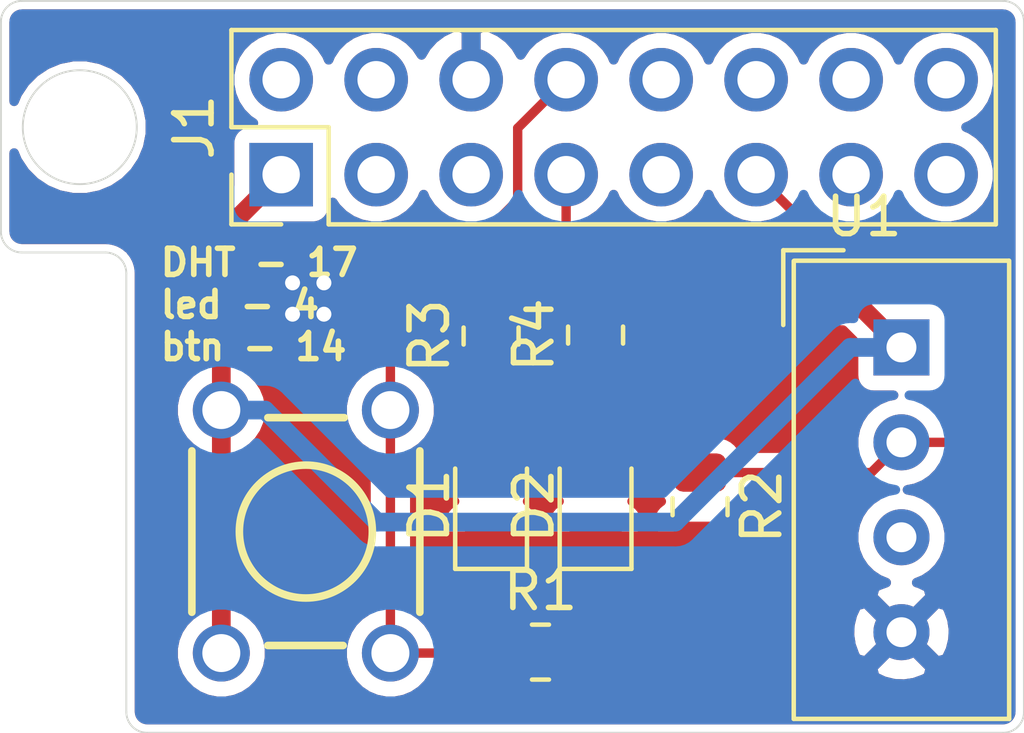
<source format=kicad_pcb>
(kicad_pcb (version 20171130) (host pcbnew "(5.1.10-1-10_14)")

  (general
    (thickness 1.6)
    (drawings 14)
    (tracks 35)
    (zones 0)
    (modules 9)
    (nets 20)
  )

  (page A4)
  (title_block
    (title "RPI Hat")
    (date 2021-10-22)
    (rev a)
    (company STEMI)
    (comment 1 "Fran Zekan")
  )

  (layers
    (0 F.Cu signal)
    (31 B.Cu signal)
    (33 F.Adhes user)
    (35 F.Paste user)
    (37 F.SilkS user)
    (38 B.Mask user)
    (39 F.Mask user)
    (40 Dwgs.User user)
    (41 Cmts.User user)
    (42 Eco1.User user)
    (43 Eco2.User user)
    (44 Edge.Cuts user)
    (45 Margin user)
    (46 B.CrtYd user)
    (47 F.CrtYd user)
    (49 F.Fab user hide)
  )

  (setup
    (last_trace_width 0.25)
    (user_trace_width 0.5)
    (trace_clearance 0.2)
    (zone_clearance 0.2)
    (zone_45_only no)
    (trace_min 0.2)
    (via_size 0.8)
    (via_drill 0.4)
    (via_min_size 0.4)
    (via_min_drill 0.3)
    (user_via 1.2 1)
    (uvia_size 0.3)
    (uvia_drill 0.1)
    (uvias_allowed no)
    (uvia_min_size 0.2)
    (uvia_min_drill 0.1)
    (edge_width 0.05)
    (segment_width 0.2)
    (pcb_text_width 0.3)
    (pcb_text_size 1.5 1.5)
    (mod_edge_width 0.12)
    (mod_text_size 1 1)
    (mod_text_width 0.15)
    (pad_size 1.524 1.524)
    (pad_drill 0.762)
    (pad_to_mask_clearance 0)
    (aux_axis_origin 0 0)
    (visible_elements FFFFFF7F)
    (pcbplotparams
      (layerselection 0x010fc_ffffffff)
      (usegerberextensions false)
      (usegerberattributes true)
      (usegerberadvancedattributes true)
      (creategerberjobfile true)
      (excludeedgelayer true)
      (linewidth 0.100000)
      (plotframeref false)
      (viasonmask false)
      (mode 1)
      (useauxorigin false)
      (hpglpennumber 1)
      (hpglpenspeed 20)
      (hpglpendiameter 15.000000)
      (psnegative false)
      (psa4output false)
      (plotreference true)
      (plotvalue true)
      (plotinvisibletext false)
      (padsonsilk false)
      (subtractmaskfromsilk false)
      (outputformat 1)
      (mirror false)
      (drillshape 1)
      (scaleselection 1)
      (outputdirectory ""))
  )

  (net 0 "")
  (net 1 GND)
  (net 2 "Net-(D1-Pad2)")
  (net 3 "Net-(D2-Pad2)")
  (net 4 /3V3)
  (net 5 "Net-(J1-Pad2)")
  (net 6 "Net-(J1-Pad3)")
  (net 7 "Net-(J1-Pad4)")
  (net 8 "Net-(J1-Pad5)")
  (net 9 /LED)
  (net 10 /Button)
  (net 11 "Net-(J1-Pad9)")
  (net 12 "Net-(J1-Pad10)")
  (net 13 /DHT22)
  (net 14 "Net-(J1-Pad12)")
  (net 15 "Net-(J1-Pad13)")
  (net 16 "Net-(J1-Pad14)")
  (net 17 "Net-(J1-Pad15)")
  (net 18 "Net-(J1-Pad16)")
  (net 19 "Net-(U1-Pad3)")

  (net_class Default "This is the default net class."
    (clearance 0.2)
    (trace_width 0.25)
    (via_dia 0.8)
    (via_drill 0.4)
    (uvia_dia 0.3)
    (uvia_drill 0.1)
    (add_net /Button)
    (add_net /DHT22)
    (add_net /LED)
    (add_net "Net-(D1-Pad2)")
    (add_net "Net-(D2-Pad2)")
    (add_net "Net-(J1-Pad10)")
    (add_net "Net-(J1-Pad12)")
    (add_net "Net-(J1-Pad13)")
    (add_net "Net-(J1-Pad14)")
    (add_net "Net-(J1-Pad15)")
    (add_net "Net-(J1-Pad16)")
    (add_net "Net-(J1-Pad2)")
    (add_net "Net-(J1-Pad3)")
    (add_net "Net-(J1-Pad4)")
    (add_net "Net-(J1-Pad5)")
    (add_net "Net-(J1-Pad9)")
    (add_net "Net-(U1-Pad3)")
  )

  (net_class Power ""
    (clearance 0.4)
    (trace_width 0.5)
    (via_dia 1.2)
    (via_drill 1)
    (uvia_dia 0.3)
    (uvia_drill 0.1)
    (add_net /3V3)
    (add_net GND)
  )

  (module LED_SMD:LED_0805_2012Metric (layer F.Cu) (tedit 5F68FEF1) (tstamp 6172AF2E)
    (at 100.8126 124.1044 90)
    (descr "LED SMD 0805 (2012 Metric), square (rectangular) end terminal, IPC_7351 nominal, (Body size source: https://docs.google.com/spreadsheets/d/1BsfQQcO9C6DZCsRaXUlFlo91Tg2WpOkGARC1WS5S8t0/edit?usp=sharing), generated with kicad-footprint-generator")
    (tags LED)
    (path /6171FFBA)
    (attr smd)
    (fp_text reference D1 (at 0 -1.65 90) (layer F.SilkS)
      (effects (font (size 1 1) (thickness 0.15)))
    )
    (fp_text value LED (at 0 1.65 90) (layer F.Fab)
      (effects (font (size 1 1) (thickness 0.15)))
    )
    (fp_line (start 1 -0.6) (end -0.7 -0.6) (layer F.Fab) (width 0.1))
    (fp_line (start -0.7 -0.6) (end -1 -0.3) (layer F.Fab) (width 0.1))
    (fp_line (start -1 -0.3) (end -1 0.6) (layer F.Fab) (width 0.1))
    (fp_line (start -1 0.6) (end 1 0.6) (layer F.Fab) (width 0.1))
    (fp_line (start 1 0.6) (end 1 -0.6) (layer F.Fab) (width 0.1))
    (fp_line (start 1 -0.96) (end -1.685 -0.96) (layer F.SilkS) (width 0.12))
    (fp_line (start -1.685 -0.96) (end -1.685 0.96) (layer F.SilkS) (width 0.12))
    (fp_line (start -1.685 0.96) (end 1 0.96) (layer F.SilkS) (width 0.12))
    (fp_line (start -1.68 0.95) (end -1.68 -0.95) (layer F.CrtYd) (width 0.05))
    (fp_line (start -1.68 -0.95) (end 1.68 -0.95) (layer F.CrtYd) (width 0.05))
    (fp_line (start 1.68 -0.95) (end 1.68 0.95) (layer F.CrtYd) (width 0.05))
    (fp_line (start 1.68 0.95) (end -1.68 0.95) (layer F.CrtYd) (width 0.05))
    (fp_text user %R (at 0 0 90) (layer F.Fab)
      (effects (font (size 0.5 0.5) (thickness 0.08)))
    )
    (pad 1 smd roundrect (at -0.9375 0 90) (size 0.975 1.4) (layers F.Cu F.Paste F.Mask) (roundrect_rratio 0.25)
      (net 1 GND))
    (pad 2 smd roundrect (at 0.9375 0 90) (size 0.975 1.4) (layers F.Cu F.Paste F.Mask) (roundrect_rratio 0.25)
      (net 2 "Net-(D1-Pad2)"))
    (model ${KISYS3DMOD}/LED_SMD.3dshapes/LED_0805_2012Metric.wrl
      (at (xyz 0 0 0))
      (scale (xyz 1 1 1))
      (rotate (xyz 0 0 0))
    )
  )

  (module LED_SMD:LED_0805_2012Metric (layer F.Cu) (tedit 5F68FEF1) (tstamp 61726F84)
    (at 103.6066 124.1044 90)
    (descr "LED SMD 0805 (2012 Metric), square (rectangular) end terminal, IPC_7351 nominal, (Body size source: https://docs.google.com/spreadsheets/d/1BsfQQcO9C6DZCsRaXUlFlo91Tg2WpOkGARC1WS5S8t0/edit?usp=sharing), generated with kicad-footprint-generator")
    (tags LED)
    (path /6175410E)
    (attr smd)
    (fp_text reference D2 (at 0 -1.65 90) (layer F.SilkS)
      (effects (font (size 1 1) (thickness 0.15)))
    )
    (fp_text value LED (at 0 1.65 90) (layer F.Fab)
      (effects (font (size 1 1) (thickness 0.15)))
    )
    (fp_line (start 1.68 0.95) (end -1.68 0.95) (layer F.CrtYd) (width 0.05))
    (fp_line (start 1.68 -0.95) (end 1.68 0.95) (layer F.CrtYd) (width 0.05))
    (fp_line (start -1.68 -0.95) (end 1.68 -0.95) (layer F.CrtYd) (width 0.05))
    (fp_line (start -1.68 0.95) (end -1.68 -0.95) (layer F.CrtYd) (width 0.05))
    (fp_line (start -1.685 0.96) (end 1 0.96) (layer F.SilkS) (width 0.12))
    (fp_line (start -1.685 -0.96) (end -1.685 0.96) (layer F.SilkS) (width 0.12))
    (fp_line (start 1 -0.96) (end -1.685 -0.96) (layer F.SilkS) (width 0.12))
    (fp_line (start 1 0.6) (end 1 -0.6) (layer F.Fab) (width 0.1))
    (fp_line (start -1 0.6) (end 1 0.6) (layer F.Fab) (width 0.1))
    (fp_line (start -1 -0.3) (end -1 0.6) (layer F.Fab) (width 0.1))
    (fp_line (start -0.7 -0.6) (end -1 -0.3) (layer F.Fab) (width 0.1))
    (fp_line (start 1 -0.6) (end -0.7 -0.6) (layer F.Fab) (width 0.1))
    (fp_text user %R (at 0 0 90) (layer F.Fab)
      (effects (font (size 0.5 0.5) (thickness 0.08)))
    )
    (pad 2 smd roundrect (at 0.9375 0 90) (size 0.975 1.4) (layers F.Cu F.Paste F.Mask) (roundrect_rratio 0.25)
      (net 3 "Net-(D2-Pad2)"))
    (pad 1 smd roundrect (at -0.9375 0 90) (size 0.975 1.4) (layers F.Cu F.Paste F.Mask) (roundrect_rratio 0.25)
      (net 1 GND))
    (model ${KISYS3DMOD}/LED_SMD.3dshapes/LED_0805_2012Metric.wrl
      (at (xyz 0 0 0))
      (scale (xyz 1 1 1))
      (rotate (xyz 0 0 0))
    )
  )

  (module Connector_PinHeader_2.54mm:PinHeader_2x08_P2.54mm_Vertical (layer F.Cu) (tedit 59FED5CC) (tstamp 6172AF67)
    (at 95.1992 115.2398 90)
    (descr "Through hole straight pin header, 2x08, 2.54mm pitch, double rows")
    (tags "Through hole pin header THT 2x08 2.54mm double row")
    (path /61721F8A)
    (fp_text reference J1 (at 1.27 -2.33 90) (layer F.SilkS)
      (effects (font (size 1 1) (thickness 0.15)))
    )
    (fp_text value Raspberry_Pi_2_3 (at -2.9718 4.6228 180) (layer F.Fab)
      (effects (font (size 1 1) (thickness 0.15)))
    )
    (fp_line (start 0 -1.27) (end 3.81 -1.27) (layer F.Fab) (width 0.1))
    (fp_line (start 3.81 -1.27) (end 3.81 19.05) (layer F.Fab) (width 0.1))
    (fp_line (start 3.81 19.05) (end -1.27 19.05) (layer F.Fab) (width 0.1))
    (fp_line (start -1.27 19.05) (end -1.27 0) (layer F.Fab) (width 0.1))
    (fp_line (start -1.27 0) (end 0 -1.27) (layer F.Fab) (width 0.1))
    (fp_line (start -1.33 19.11) (end 3.87 19.11) (layer F.SilkS) (width 0.12))
    (fp_line (start -1.33 1.27) (end -1.33 19.11) (layer F.SilkS) (width 0.12))
    (fp_line (start 3.87 -1.33) (end 3.87 19.11) (layer F.SilkS) (width 0.12))
    (fp_line (start -1.33 1.27) (end 1.27 1.27) (layer F.SilkS) (width 0.12))
    (fp_line (start 1.27 1.27) (end 1.27 -1.33) (layer F.SilkS) (width 0.12))
    (fp_line (start 1.27 -1.33) (end 3.87 -1.33) (layer F.SilkS) (width 0.12))
    (fp_line (start -1.33 0) (end -1.33 -1.33) (layer F.SilkS) (width 0.12))
    (fp_line (start -1.33 -1.33) (end 0 -1.33) (layer F.SilkS) (width 0.12))
    (fp_line (start -1.8 -1.8) (end -1.8 19.55) (layer F.CrtYd) (width 0.05))
    (fp_line (start -1.8 19.55) (end 4.35 19.55) (layer F.CrtYd) (width 0.05))
    (fp_line (start 4.35 19.55) (end 4.35 -1.8) (layer F.CrtYd) (width 0.05))
    (fp_line (start 4.35 -1.8) (end -1.8 -1.8) (layer F.CrtYd) (width 0.05))
    (fp_text user %R (at 1.27 8.89) (layer F.Fab)
      (effects (font (size 1 1) (thickness 0.15)))
    )
    (pad 1 thru_hole rect (at 0 0 90) (size 1.7 1.7) (drill 1) (layers *.Cu *.Mask)
      (net 4 /3V3))
    (pad 2 thru_hole oval (at 2.54 0 90) (size 1.7 1.7) (drill 1) (layers *.Cu *.Mask)
      (net 5 "Net-(J1-Pad2)"))
    (pad 3 thru_hole oval (at 0 2.54 90) (size 1.7 1.7) (drill 1) (layers *.Cu *.Mask)
      (net 6 "Net-(J1-Pad3)"))
    (pad 4 thru_hole oval (at 2.54 2.54 90) (size 1.7 1.7) (drill 1) (layers *.Cu *.Mask)
      (net 7 "Net-(J1-Pad4)"))
    (pad 5 thru_hole oval (at 0 5.08 90) (size 1.7 1.7) (drill 1) (layers *.Cu *.Mask)
      (net 8 "Net-(J1-Pad5)"))
    (pad 6 thru_hole oval (at 2.54 5.08 90) (size 1.7 1.7) (drill 1) (layers *.Cu *.Mask)
      (net 1 GND))
    (pad 7 thru_hole oval (at 0 7.62 90) (size 1.7 1.7) (drill 1) (layers *.Cu *.Mask)
      (net 9 /LED))
    (pad 8 thru_hole oval (at 2.54 7.62 90) (size 1.7 1.7) (drill 1) (layers *.Cu *.Mask)
      (net 10 /Button))
    (pad 9 thru_hole oval (at 0 10.16 90) (size 1.7 1.7) (drill 1) (layers *.Cu *.Mask)
      (net 11 "Net-(J1-Pad9)"))
    (pad 10 thru_hole oval (at 2.54 10.16 90) (size 1.7 1.7) (drill 1) (layers *.Cu *.Mask)
      (net 12 "Net-(J1-Pad10)"))
    (pad 11 thru_hole oval (at 0 12.7 90) (size 1.7 1.7) (drill 1) (layers *.Cu *.Mask)
      (net 13 /DHT22))
    (pad 12 thru_hole oval (at 2.54 12.7 90) (size 1.7 1.7) (drill 1) (layers *.Cu *.Mask)
      (net 14 "Net-(J1-Pad12)"))
    (pad 13 thru_hole oval (at 0 15.24 90) (size 1.7 1.7) (drill 1) (layers *.Cu *.Mask)
      (net 15 "Net-(J1-Pad13)"))
    (pad 14 thru_hole oval (at 2.54 15.24 90) (size 1.7 1.7) (drill 1) (layers *.Cu *.Mask)
      (net 16 "Net-(J1-Pad14)"))
    (pad 15 thru_hole oval (at 0 17.78 90) (size 1.7 1.7) (drill 1) (layers *.Cu *.Mask)
      (net 17 "Net-(J1-Pad15)"))
    (pad 16 thru_hole oval (at 2.54 17.78 90) (size 1.7 1.7) (drill 1) (layers *.Cu *.Mask)
      (net 18 "Net-(J1-Pad16)"))
    (model ${KISYS3DMOD}/Connector_PinHeader_2.54mm.3dshapes/PinHeader_2x08_P2.54mm_Vertical.wrl
      (at (xyz 0 0 0))
      (scale (xyz 1 1 1))
      (rotate (xyz 0 0 0))
    )
  )

  (module Resistor_SMD:R_0805_2012Metric (layer F.Cu) (tedit 5F68FEEE) (tstamp 61726E5F)
    (at 102.1334 128.016)
    (descr "Resistor SMD 0805 (2012 Metric), square (rectangular) end terminal, IPC_7351 nominal, (Body size source: IPC-SM-782 page 72, https://www.pcb-3d.com/wordpress/wp-content/uploads/ipc-sm-782a_amendment_1_and_2.pdf), generated with kicad-footprint-generator")
    (tags resistor)
    (path /61720AB1)
    (attr smd)
    (fp_text reference R1 (at 0 -1.65) (layer F.SilkS)
      (effects (font (size 1 1) (thickness 0.15)))
    )
    (fp_text value 10K (at 0 1.65) (layer F.Fab)
      (effects (font (size 1 1) (thickness 0.15)))
    )
    (fp_line (start 1.68 0.95) (end -1.68 0.95) (layer F.CrtYd) (width 0.05))
    (fp_line (start 1.68 -0.95) (end 1.68 0.95) (layer F.CrtYd) (width 0.05))
    (fp_line (start -1.68 -0.95) (end 1.68 -0.95) (layer F.CrtYd) (width 0.05))
    (fp_line (start -1.68 0.95) (end -1.68 -0.95) (layer F.CrtYd) (width 0.05))
    (fp_line (start -0.227064 0.735) (end 0.227064 0.735) (layer F.SilkS) (width 0.12))
    (fp_line (start -0.227064 -0.735) (end 0.227064 -0.735) (layer F.SilkS) (width 0.12))
    (fp_line (start 1 0.625) (end -1 0.625) (layer F.Fab) (width 0.1))
    (fp_line (start 1 -0.625) (end 1 0.625) (layer F.Fab) (width 0.1))
    (fp_line (start -1 -0.625) (end 1 -0.625) (layer F.Fab) (width 0.1))
    (fp_line (start -1 0.625) (end -1 -0.625) (layer F.Fab) (width 0.1))
    (fp_text user %R (at 0 0) (layer F.Fab)
      (effects (font (size 0.5 0.5) (thickness 0.08)))
    )
    (pad 2 smd roundrect (at 0.9125 0) (size 1.025 1.4) (layers F.Cu F.Paste F.Mask) (roundrect_rratio 0.243902)
      (net 1 GND))
    (pad 1 smd roundrect (at -0.9125 0) (size 1.025 1.4) (layers F.Cu F.Paste F.Mask) (roundrect_rratio 0.243902)
      (net 10 /Button))
    (model ${KISYS3DMOD}/Resistor_SMD.3dshapes/R_0805_2012Metric.wrl
      (at (xyz 0 0 0))
      (scale (xyz 1 1 1))
      (rotate (xyz 0 0 0))
    )
  )

  (module Resistor_SMD:R_0805_2012Metric (layer F.Cu) (tedit 5F68FEEE) (tstamp 6172AF89)
    (at 106.4006 124.1244 270)
    (descr "Resistor SMD 0805 (2012 Metric), square (rectangular) end terminal, IPC_7351 nominal, (Body size source: IPC-SM-782 page 72, https://www.pcb-3d.com/wordpress/wp-content/uploads/ipc-sm-782a_amendment_1_and_2.pdf), generated with kicad-footprint-generator")
    (tags resistor)
    (path /61724EAF)
    (attr smd)
    (fp_text reference R2 (at 0 -1.65 90) (layer F.SilkS)
      (effects (font (size 1 1) (thickness 0.15)))
    )
    (fp_text value 10K (at 0 1.65 90) (layer F.Fab)
      (effects (font (size 1 1) (thickness 0.15)))
    )
    (fp_line (start -1 0.625) (end -1 -0.625) (layer F.Fab) (width 0.1))
    (fp_line (start -1 -0.625) (end 1 -0.625) (layer F.Fab) (width 0.1))
    (fp_line (start 1 -0.625) (end 1 0.625) (layer F.Fab) (width 0.1))
    (fp_line (start 1 0.625) (end -1 0.625) (layer F.Fab) (width 0.1))
    (fp_line (start -0.227064 -0.735) (end 0.227064 -0.735) (layer F.SilkS) (width 0.12))
    (fp_line (start -0.227064 0.735) (end 0.227064 0.735) (layer F.SilkS) (width 0.12))
    (fp_line (start -1.68 0.95) (end -1.68 -0.95) (layer F.CrtYd) (width 0.05))
    (fp_line (start -1.68 -0.95) (end 1.68 -0.95) (layer F.CrtYd) (width 0.05))
    (fp_line (start 1.68 -0.95) (end 1.68 0.95) (layer F.CrtYd) (width 0.05))
    (fp_line (start 1.68 0.95) (end -1.68 0.95) (layer F.CrtYd) (width 0.05))
    (fp_text user %R (at 0 0 90) (layer F.Fab)
      (effects (font (size 0.5 0.5) (thickness 0.08)))
    )
    (pad 1 smd roundrect (at -0.9125 0 270) (size 1.025 1.4) (layers F.Cu F.Paste F.Mask) (roundrect_rratio 0.243902)
      (net 13 /DHT22))
    (pad 2 smd roundrect (at 0.9125 0 270) (size 1.025 1.4) (layers F.Cu F.Paste F.Mask) (roundrect_rratio 0.243902)
      (net 1 GND))
    (model ${KISYS3DMOD}/Resistor_SMD.3dshapes/R_0805_2012Metric.wrl
      (at (xyz 0 0 0))
      (scale (xyz 1 1 1))
      (rotate (xyz 0 0 0))
    )
  )

  (module Resistor_SMD:R_0805_2012Metric (layer F.Cu) (tedit 5F68FEEE) (tstamp 6172AF9A)
    (at 100.8126 119.5578 90)
    (descr "Resistor SMD 0805 (2012 Metric), square (rectangular) end terminal, IPC_7351 nominal, (Body size source: IPC-SM-782 page 72, https://www.pcb-3d.com/wordpress/wp-content/uploads/ipc-sm-782a_amendment_1_and_2.pdf), generated with kicad-footprint-generator")
    (tags resistor)
    (path /6172076A)
    (attr smd)
    (fp_text reference R3 (at 0 -1.65 90) (layer F.SilkS)
      (effects (font (size 1 1) (thickness 0.15)))
    )
    (fp_text value 330R (at 0 1.65 90) (layer F.Fab)
      (effects (font (size 1 1) (thickness 0.15)))
    )
    (fp_line (start -1 0.625) (end -1 -0.625) (layer F.Fab) (width 0.1))
    (fp_line (start -1 -0.625) (end 1 -0.625) (layer F.Fab) (width 0.1))
    (fp_line (start 1 -0.625) (end 1 0.625) (layer F.Fab) (width 0.1))
    (fp_line (start 1 0.625) (end -1 0.625) (layer F.Fab) (width 0.1))
    (fp_line (start -0.227064 -0.735) (end 0.227064 -0.735) (layer F.SilkS) (width 0.12))
    (fp_line (start -0.227064 0.735) (end 0.227064 0.735) (layer F.SilkS) (width 0.12))
    (fp_line (start -1.68 0.95) (end -1.68 -0.95) (layer F.CrtYd) (width 0.05))
    (fp_line (start -1.68 -0.95) (end 1.68 -0.95) (layer F.CrtYd) (width 0.05))
    (fp_line (start 1.68 -0.95) (end 1.68 0.95) (layer F.CrtYd) (width 0.05))
    (fp_line (start 1.68 0.95) (end -1.68 0.95) (layer F.CrtYd) (width 0.05))
    (fp_text user %R (at 0 0 90) (layer F.Fab)
      (effects (font (size 0.5 0.5) (thickness 0.08)))
    )
    (pad 1 smd roundrect (at -0.9125 0 90) (size 1.025 1.4) (layers F.Cu F.Paste F.Mask) (roundrect_rratio 0.243902)
      (net 2 "Net-(D1-Pad2)"))
    (pad 2 smd roundrect (at 0.9125 0 90) (size 1.025 1.4) (layers F.Cu F.Paste F.Mask) (roundrect_rratio 0.243902)
      (net 9 /LED))
    (model ${KISYS3DMOD}/Resistor_SMD.3dshapes/R_0805_2012Metric.wrl
      (at (xyz 0 0 0))
      (scale (xyz 1 1 1))
      (rotate (xyz 0 0 0))
    )
  )

  (module Resistor_SMD:R_0805_2012Metric (layer F.Cu) (tedit 5F68FEEE) (tstamp 61727577)
    (at 103.6066 119.5324 90)
    (descr "Resistor SMD 0805 (2012 Metric), square (rectangular) end terminal, IPC_7351 nominal, (Body size source: IPC-SM-782 page 72, https://www.pcb-3d.com/wordpress/wp-content/uploads/ipc-sm-782a_amendment_1_and_2.pdf), generated with kicad-footprint-generator")
    (tags resistor)
    (path /61754114)
    (attr smd)
    (fp_text reference R4 (at 0 -1.65 90) (layer F.SilkS)
      (effects (font (size 1 1) (thickness 0.15)))
    )
    (fp_text value 330R (at 0 1.65 90) (layer F.Fab)
      (effects (font (size 1 1) (thickness 0.15)))
    )
    (fp_line (start 1.68 0.95) (end -1.68 0.95) (layer F.CrtYd) (width 0.05))
    (fp_line (start 1.68 -0.95) (end 1.68 0.95) (layer F.CrtYd) (width 0.05))
    (fp_line (start -1.68 -0.95) (end 1.68 -0.95) (layer F.CrtYd) (width 0.05))
    (fp_line (start -1.68 0.95) (end -1.68 -0.95) (layer F.CrtYd) (width 0.05))
    (fp_line (start -0.227064 0.735) (end 0.227064 0.735) (layer F.SilkS) (width 0.12))
    (fp_line (start -0.227064 -0.735) (end 0.227064 -0.735) (layer F.SilkS) (width 0.12))
    (fp_line (start 1 0.625) (end -1 0.625) (layer F.Fab) (width 0.1))
    (fp_line (start 1 -0.625) (end 1 0.625) (layer F.Fab) (width 0.1))
    (fp_line (start -1 -0.625) (end 1 -0.625) (layer F.Fab) (width 0.1))
    (fp_line (start -1 0.625) (end -1 -0.625) (layer F.Fab) (width 0.1))
    (fp_text user %R (at 0 0 90) (layer F.Fab)
      (effects (font (size 0.5 0.5) (thickness 0.08)))
    )
    (pad 2 smd roundrect (at 0.9125 0 90) (size 1.025 1.4) (layers F.Cu F.Paste F.Mask) (roundrect_rratio 0.243902)
      (net 4 /3V3))
    (pad 1 smd roundrect (at -0.9125 0 90) (size 1.025 1.4) (layers F.Cu F.Paste F.Mask) (roundrect_rratio 0.243902)
      (net 3 "Net-(D2-Pad2)"))
    (model ${KISYS3DMOD}/Resistor_SMD.3dshapes/R_0805_2012Metric.wrl
      (at (xyz 0 0 0))
      (scale (xyz 1 1 1))
      (rotate (xyz 0 0 0))
    )
  )

  (module freetronics_footprints:SW_PUSHBUTTON_PTH (layer F.Cu) (tedit 5477A5C1) (tstamp 61726DB6)
    (at 95.8596 124.7902 270)
    (descr "<b>OMRON SWITCH</b>")
    (path /61724A42)
    (fp_text reference SW1 (at -0.05 0 90) (layer Eco1.User)
      (effects (font (size 0.6 0.6) (thickness 0.1)))
    )
    (fp_text value SW_DPST (at 0 0 90) (layer Eco1.User) hide
      (effects (font (size 0 0) (thickness 0.000001)))
    )
    (fp_line (start 3.048 -1.016) (end 3.048 -2.54) (layer Cmts.User) (width 0.2032))
    (fp_line (start 3.048 -2.54) (end 2.54 -3.048) (layer Cmts.User) (width 0.2032))
    (fp_line (start 2.54 3.048) (end 3.048 2.54) (layer Cmts.User) (width 0.2032))
    (fp_line (start 3.048 2.54) (end 3.048 1.016) (layer Cmts.User) (width 0.2032))
    (fp_line (start -2.54 -3.048) (end -3.048 -2.54) (layer Cmts.User) (width 0.2032))
    (fp_line (start -3.048 -2.54) (end -3.048 -1.016) (layer Cmts.User) (width 0.2032))
    (fp_line (start -2.54 3.048) (end -3.048 2.54) (layer Cmts.User) (width 0.2032))
    (fp_line (start -3.048 2.54) (end -3.048 1.016) (layer Cmts.User) (width 0.2032))
    (fp_line (start 2.54 3.048) (end 2.159 3.048) (layer Cmts.User) (width 0.2032))
    (fp_line (start -2.54 3.048) (end -2.159 3.048) (layer Cmts.User) (width 0.2032))
    (fp_line (start -2.54 -3.048) (end -2.159 -3.048) (layer Cmts.User) (width 0.2032))
    (fp_line (start 2.54 -3.048) (end 2.159 -3.048) (layer Cmts.User) (width 0.2032))
    (fp_line (start 2.159 -3.048) (end -2.159 -3.048) (layer F.SilkS) (width 0.2032))
    (fp_line (start -2.159 3.048) (end 2.159 3.048) (layer F.SilkS) (width 0.2032))
    (fp_line (start 3.048 -0.99568) (end 3.048 1.016) (layer F.SilkS) (width 0.2032))
    (fp_line (start -3.048 -1.02616) (end -3.048 1.016) (layer F.SilkS) (width 0.2032))
    (fp_line (start -2.54 -1.27) (end -2.54 -0.508) (layer Cmts.User) (width 0.2032))
    (fp_line (start -2.54 0.508) (end -2.54 1.27) (layer Cmts.User) (width 0.2032))
    (fp_line (start -2.54 -0.508) (end -2.159 0.381) (layer Cmts.User) (width 0.2032))
    (fp_circle (center 0 0) (end 1.778 0) (layer F.SilkS) (width 0.2032))
    (pad 1 thru_hole oval (at -3.2512 -2.2606 270) (size 1.524 1.524) (drill 1.016) (layers *.Cu *.Mask)
      (net 10 /Button))
    (pad 1 thru_hole oval (at 3.2512 -2.2606 270) (size 1.524 1.524) (drill 1.016) (layers *.Cu *.Mask)
      (net 10 /Button))
    (pad 2 thru_hole oval (at -3.2512 2.2606 270) (size 1.524 1.524) (drill 1.016) (layers *.Cu *.Mask)
      (net 4 /3V3))
    (pad 2 thru_hole oval (at 3.2512 2.2606 270) (size 1.524 1.524) (drill 1.016) (layers *.Cu *.Mask)
      (net 4 /3V3))
  )

  (module Sensor:Aosong_DHT11_5.5x12.0_P2.54mm (layer F.Cu) (tedit 5C4B60CF) (tstamp 6172AFDF)
    (at 111.7854 119.8626)
    (descr "Temperature and humidity module, http://akizukidenshi.com/download/ds/aosong/DHT11.pdf")
    (tags "Temperature and humidity module")
    (path /617256B8)
    (fp_text reference U1 (at -1 -3.5) (layer F.SilkS)
      (effects (font (size 1 1) (thickness 0.15)))
    )
    (fp_text value DHT22 (at 0 11.3) (layer F.Fab)
      (effects (font (size 1 1) (thickness 0.15)))
    )
    (fp_line (start -1.75 -2.19) (end 2.75 -2.19) (layer F.Fab) (width 0.1))
    (fp_line (start 2.75 -2.19) (end 2.75 9.81) (layer F.Fab) (width 0.1))
    (fp_line (start 2.75 9.81) (end -2.75 9.81) (layer F.Fab) (width 0.1))
    (fp_line (start -2.75 -1.19) (end -2.75 9.81) (layer F.Fab) (width 0.1))
    (fp_line (start -2.87 -2.32) (end 2.87 -2.32) (layer F.SilkS) (width 0.12))
    (fp_line (start 2.88 -2.32) (end 2.88 9.94) (layer F.SilkS) (width 0.12))
    (fp_line (start 2.88 9.94) (end -2.88 9.94) (layer F.SilkS) (width 0.12))
    (fp_line (start -2.88 9.94) (end -2.88 -2.31) (layer F.SilkS) (width 0.12))
    (fp_line (start -3 -2.44) (end 3 -2.44) (layer F.CrtYd) (width 0.05))
    (fp_line (start 3 -2.44) (end 3 10.06) (layer F.CrtYd) (width 0.05))
    (fp_line (start 3 10.06) (end -3 10.06) (layer F.CrtYd) (width 0.05))
    (fp_line (start -3 10.06) (end -3 -2.44) (layer F.CrtYd) (width 0.05))
    (fp_line (start -2.75 -1.19) (end -1.75 -2.19) (layer F.Fab) (width 0.1))
    (fp_line (start -3.16 -2.6) (end -3.16 -0.6) (layer F.SilkS) (width 0.12))
    (fp_line (start -3.16 -2.6) (end -1.55 -2.6) (layer F.SilkS) (width 0.12))
    (fp_text user %R (at 0 3.81) (layer F.Fab)
      (effects (font (size 1 1) (thickness 0.15)))
    )
    (pad 1 thru_hole rect (at 0 0) (size 1.5 1.5) (drill 0.8) (layers *.Cu *.Mask)
      (net 4 /3V3))
    (pad 2 thru_hole circle (at 0 2.54) (size 1.5 1.5) (drill 0.8) (layers *.Cu *.Mask)
      (net 13 /DHT22))
    (pad 3 thru_hole circle (at 0 5.08) (size 1.5 1.5) (drill 0.8) (layers *.Cu *.Mask)
      (net 19 "Net-(U1-Pad3)"))
    (pad 4 thru_hole circle (at 0 7.62) (size 1.5 1.5) (drill 0.8) (layers *.Cu *.Mask)
      (net 1 GND))
    (model ${KISYS3DMOD}/Sensor.3dshapes/Aosong_DHT11_5.5x12.0_P2.54mm.wrl
      (at (xyz 0 0 0))
      (scale (xyz 1 1 1))
      (rotate (xyz 0 0 0))
    )
  )

  (gr_text "DHT - 17\nled - 4\nbtn - 14 " (at 91.8972 118.7196) (layer F.SilkS)
    (effects (font (size 0.7 0.7) (thickness 0.15)) (justify left))
  )
  (gr_line (start 90.5002 117.3226) (end 88.265 117.3226) (layer Edge.Cuts) (width 0.05) (tstamp 617277C0))
  (gr_line (start 91.059 129.6162) (end 91.059 117.8814) (layer Edge.Cuts) (width 0.05) (tstamp 617277BF))
  (gr_line (start 114.5032 130.175) (end 91.6178 130.175) (layer Edge.Cuts) (width 0.05) (tstamp 617277BE))
  (gr_line (start 115.062 111.1504) (end 115.062 129.6162) (layer Edge.Cuts) (width 0.05) (tstamp 617277BD))
  (gr_line (start 88.265 110.5916) (end 114.5032 110.5916) (layer Edge.Cuts) (width 0.05) (tstamp 617277BC))
  (gr_line (start 87.7062 116.7638) (end 87.7062 111.1504) (layer Edge.Cuts) (width 0.05) (tstamp 617277BB))
  (gr_arc (start 114.5032 111.1504) (end 115.062 111.1504) (angle -90) (layer Edge.Cuts) (width 0.05) (tstamp 61727797))
  (gr_arc (start 114.5032 129.6162) (end 114.5032 130.175) (angle -90) (layer Edge.Cuts) (width 0.05) (tstamp 61727797))
  (gr_arc (start 91.6178 129.6162) (end 91.059 129.6162) (angle -90) (layer Edge.Cuts) (width 0.05) (tstamp 61727797))
  (gr_arc (start 90.5002 117.8814) (end 91.059 117.8814) (angle -90) (layer Edge.Cuts) (width 0.05) (tstamp 61727797))
  (gr_arc (start 88.265 116.7638) (end 87.7062 116.7638) (angle -90) (layer Edge.Cuts) (width 0.05) (tstamp 61727797))
  (gr_arc (start 88.265 111.1504) (end 88.265 110.5916) (angle -90) (layer Edge.Cuts) (width 0.05))
  (gr_circle (center 89.8144 113.9698) (end 91.3384 113.9444) (layer Edge.Cuts) (width 0.05))

  (via (at 95.504 118.1354) (size 0.8) (drill 0.4) (layers F.Cu B.Cu) (net 1))
  (via (at 96.3422 118.1354) (size 0.8) (drill 0.4) (layers F.Cu B.Cu) (net 1))
  (via (at 95.504 118.9736) (size 0.8) (drill 0.4) (layers F.Cu B.Cu) (net 1))
  (via (at 96.3422 118.9736) (size 0.8) (drill 0.4) (layers F.Cu B.Cu) (net 1))
  (segment (start 100.8126 120.4703) (end 100.8126 123.1669) (width 0.25) (layer F.Cu) (net 2))
  (segment (start 103.6066 123.1669) (end 103.6066 120.4449) (width 0.25) (layer F.Cu) (net 3))
  (segment (start 93.599 116.84) (end 95.1992 115.2398) (width 0.5) (layer F.Cu) (net 4))
  (segment (start 93.599 121.539) (end 93.599 116.84) (width 0.5) (layer F.Cu) (net 4))
  (segment (start 110.5427 118.6199) (end 111.7854 119.8626) (width 0.5) (layer F.Cu) (net 4))
  (segment (start 103.6066 118.6199) (end 110.5427 118.6199) (width 0.5) (layer F.Cu) (net 4))
  (segment (start 93.599 121.539) (end 94.7674 121.539) (width 0.5) (layer B.Cu) (net 4))
  (segment (start 94.7674 121.539) (end 97.7646 124.5362) (width 0.5) (layer B.Cu) (net 4))
  (segment (start 97.7646 124.5362) (end 105.7402 124.5362) (width 0.5) (layer B.Cu) (net 4))
  (segment (start 110.4138 119.8626) (end 111.7854 119.8626) (width 0.5) (layer B.Cu) (net 4))
  (segment (start 105.7402 124.5362) (end 110.4138 119.8626) (width 0.5) (layer B.Cu) (net 4))
  (segment (start 93.599 121.539) (end 93.599 128.0414) (width 0.5) (layer F.Cu) (net 4))
  (segment (start 102.8192 116.6387) (end 102.8192 115.2398) (width 0.25) (layer F.Cu) (net 9))
  (segment (start 100.8126 118.6453) (end 102.8192 116.6387) (width 0.25) (layer F.Cu) (net 9))
  (segment (start 101.1955 128.0414) (end 101.2209 128.016) (width 0.25) (layer F.Cu) (net 10))
  (segment (start 98.1202 128.0414) (end 101.1955 128.0414) (width 0.25) (layer F.Cu) (net 10))
  (segment (start 98.1202 128.0414) (end 98.1202 121.539) (width 0.25) (layer F.Cu) (net 10))
  (segment (start 98.1202 121.539) (end 98.1202 118.4148) (width 0.25) (layer F.Cu) (net 10))
  (segment (start 98.1202 118.4148) (end 99.3394 117.1956) (width 0.25) (layer F.Cu) (net 10))
  (segment (start 100.2524 117.1956) (end 101.5238 115.9242) (width 0.25) (layer F.Cu) (net 10))
  (segment (start 99.3394 117.1956) (end 100.2524 117.1956) (width 0.25) (layer F.Cu) (net 10))
  (segment (start 101.5238 113.9952) (end 102.8192 112.6998) (width 0.25) (layer F.Cu) (net 10))
  (segment (start 101.5238 115.9242) (end 101.5238 113.9952) (width 0.25) (layer F.Cu) (net 10))
  (segment (start 110.9761 123.2119) (end 111.7854 122.4026) (width 0.25) (layer F.Cu) (net 13))
  (segment (start 106.4006 123.2119) (end 110.9761 123.2119) (width 0.25) (layer F.Cu) (net 13))
  (segment (start 111.7854 122.4026) (end 113.157 122.4026) (width 0.25) (layer F.Cu) (net 13))
  (segment (start 113.157 122.4026) (end 113.6396 121.92) (width 0.25) (layer F.Cu) (net 13))
  (segment (start 113.6396 121.92) (end 113.6396 118.2878) (width 0.25) (layer F.Cu) (net 13))
  (segment (start 113.6396 118.2878) (end 112.5728 117.221) (width 0.25) (layer F.Cu) (net 13))
  (segment (start 109.8804 117.221) (end 107.8992 115.2398) (width 0.25) (layer F.Cu) (net 13))
  (segment (start 112.5728 117.221) (end 109.8804 117.221) (width 0.25) (layer F.Cu) (net 13))

  (zone (net 1) (net_name GND) (layer B.Cu) (tstamp 617279E0) (hatch edge 0.508)
    (connect_pads (clearance 0.2))
    (min_thickness 0.254)
    (fill yes (arc_segments 32) (thermal_gap 0.508) (thermal_bridge_width 0.508))
    (polygon
      (pts
        (xy 115.062 130.175) (xy 91.059 130.175) (xy 91.059 117.3226) (xy 87.7062 117.3226) (xy 87.7062 110.5916)
        (xy 115.062 110.5916)
      )
    )
    (filled_polygon
      (pts
        (xy 114.543038 110.949194) (xy 114.581362 110.960765) (xy 114.616707 110.979558) (xy 114.647732 111.004861) (xy 114.673246 111.035703)
        (xy 114.692285 111.070915) (xy 114.704123 111.109157) (xy 114.71 111.165079) (xy 114.710001 129.598976) (xy 114.704406 129.656038)
        (xy 114.692835 129.694362) (xy 114.674043 129.729705) (xy 114.648738 129.760733) (xy 114.617901 129.786243) (xy 114.582685 129.805285)
        (xy 114.544443 129.817123) (xy 114.488521 129.823) (xy 91.635014 129.823) (xy 91.577962 129.817406) (xy 91.539638 129.805835)
        (xy 91.504295 129.787043) (xy 91.473267 129.761738) (xy 91.447757 129.730901) (xy 91.428715 129.695685) (xy 91.416877 129.657443)
        (xy 91.411 129.601521) (xy 91.411 127.914445) (xy 92.31 127.914445) (xy 92.31 128.168355) (xy 92.359535 128.417387)
        (xy 92.456703 128.65197) (xy 92.597768 128.86309) (xy 92.77731 129.042632) (xy 92.98843 129.183697) (xy 93.223013 129.280865)
        (xy 93.472045 129.3304) (xy 93.725955 129.3304) (xy 93.974987 129.280865) (xy 94.20957 129.183697) (xy 94.42069 129.042632)
        (xy 94.600232 128.86309) (xy 94.741297 128.65197) (xy 94.838465 128.417387) (xy 94.888 128.168355) (xy 94.888 127.914445)
        (xy 96.8312 127.914445) (xy 96.8312 128.168355) (xy 96.880735 128.417387) (xy 96.977903 128.65197) (xy 97.118968 128.86309)
        (xy 97.29851 129.042632) (xy 97.50963 129.183697) (xy 97.744213 129.280865) (xy 97.993245 129.3304) (xy 98.247155 129.3304)
        (xy 98.496187 129.280865) (xy 98.73077 129.183697) (xy 98.94189 129.042632) (xy 99.121432 128.86309) (xy 99.262497 128.65197)
        (xy 99.350466 128.439593) (xy 111.008012 128.439593) (xy 111.073537 128.67846) (xy 111.320516 128.79436) (xy 111.58536 128.85985)
        (xy 111.857892 128.872412) (xy 112.127638 128.831565) (xy 112.384232 128.738877) (xy 112.497263 128.67846) (xy 112.562788 128.439593)
        (xy 111.7854 127.662205) (xy 111.008012 128.439593) (xy 99.350466 128.439593) (xy 99.359665 128.417387) (xy 99.4092 128.168355)
        (xy 99.4092 127.914445) (xy 99.359665 127.665413) (xy 99.313969 127.555092) (xy 110.395588 127.555092) (xy 110.436435 127.824838)
        (xy 110.529123 128.081432) (xy 110.58954 128.194463) (xy 110.828407 128.259988) (xy 111.605795 127.4826) (xy 111.965005 127.4826)
        (xy 112.742393 128.259988) (xy 112.98126 128.194463) (xy 113.09716 127.947484) (xy 113.16265 127.68264) (xy 113.175212 127.410108)
        (xy 113.134365 127.140362) (xy 113.041677 126.883768) (xy 112.98126 126.770737) (xy 112.742393 126.705212) (xy 111.965005 127.4826)
        (xy 111.605795 127.4826) (xy 110.828407 126.705212) (xy 110.58954 126.770737) (xy 110.47364 127.017716) (xy 110.40815 127.28256)
        (xy 110.395588 127.555092) (xy 99.313969 127.555092) (xy 99.262497 127.43083) (xy 99.121432 127.21971) (xy 98.94189 127.040168)
        (xy 98.73077 126.899103) (xy 98.496187 126.801935) (xy 98.247155 126.7524) (xy 97.993245 126.7524) (xy 97.744213 126.801935)
        (xy 97.50963 126.899103) (xy 97.29851 127.040168) (xy 97.118968 127.21971) (xy 96.977903 127.43083) (xy 96.880735 127.665413)
        (xy 96.8312 127.914445) (xy 94.888 127.914445) (xy 94.838465 127.665413) (xy 94.741297 127.43083) (xy 94.600232 127.21971)
        (xy 94.42069 127.040168) (xy 94.20957 126.899103) (xy 93.974987 126.801935) (xy 93.725955 126.7524) (xy 93.472045 126.7524)
        (xy 93.223013 126.801935) (xy 92.98843 126.899103) (xy 92.77731 127.040168) (xy 92.597768 127.21971) (xy 92.456703 127.43083)
        (xy 92.359535 127.665413) (xy 92.31 127.914445) (xy 91.411 127.914445) (xy 91.411 121.412045) (xy 92.31 121.412045)
        (xy 92.31 121.665955) (xy 92.359535 121.914987) (xy 92.456703 122.14957) (xy 92.597768 122.36069) (xy 92.77731 122.540232)
        (xy 92.98843 122.681297) (xy 93.223013 122.778465) (xy 93.472045 122.828) (xy 93.725955 122.828) (xy 93.974987 122.778465)
        (xy 94.20957 122.681297) (xy 94.42069 122.540232) (xy 94.545239 122.415683) (xy 97.188192 125.058636) (xy 97.21252 125.08828)
        (xy 97.242164 125.112608) (xy 97.242165 125.112609) (xy 97.330833 125.185377) (xy 97.398325 125.221452) (xy 97.465816 125.257527)
        (xy 97.612281 125.301957) (xy 97.726434 125.3132) (xy 97.726436 125.3132) (xy 97.7646 125.316959) (xy 97.802763 125.3132)
        (xy 105.702037 125.3132) (xy 105.7402 125.316959) (xy 105.778363 125.3132) (xy 105.778366 125.3132) (xy 105.892519 125.301957)
        (xy 106.038984 125.257527) (xy 106.173966 125.185377) (xy 106.29228 125.08828) (xy 106.316613 125.05863) (xy 110.550979 120.824265)
        (xy 110.595096 120.906802) (xy 110.660952 120.987048) (xy 110.741198 121.052904) (xy 110.83275 121.101839) (xy 110.93209 121.131974)
        (xy 111.0354 121.142149) (xy 111.576428 121.142149) (xy 111.412913 121.174674) (xy 111.180514 121.270937) (xy 110.97136 121.410689)
        (xy 110.793489 121.58856) (xy 110.653737 121.797714) (xy 110.557474 122.030113) (xy 110.5084 122.276826) (xy 110.5084 122.528374)
        (xy 110.557474 122.775087) (xy 110.653737 123.007486) (xy 110.793489 123.21664) (xy 110.97136 123.394511) (xy 111.180514 123.534263)
        (xy 111.412913 123.630526) (xy 111.624434 123.6726) (xy 111.412913 123.714674) (xy 111.180514 123.810937) (xy 110.97136 123.950689)
        (xy 110.793489 124.12856) (xy 110.653737 124.337714) (xy 110.557474 124.570113) (xy 110.5084 124.816826) (xy 110.5084 125.068374)
        (xy 110.557474 125.315087) (xy 110.653737 125.547486) (xy 110.793489 125.75664) (xy 110.97136 125.934511) (xy 111.180514 126.074263)
        (xy 111.37943 126.156657) (xy 111.186568 126.226323) (xy 111.073537 126.28674) (xy 111.008012 126.525607) (xy 111.7854 127.302995)
        (xy 112.562788 126.525607) (xy 112.497263 126.28674) (xy 112.250284 126.17084) (xy 112.191952 126.156416) (xy 112.390286 126.074263)
        (xy 112.59944 125.934511) (xy 112.777311 125.75664) (xy 112.917063 125.547486) (xy 113.013326 125.315087) (xy 113.0624 125.068374)
        (xy 113.0624 124.816826) (xy 113.013326 124.570113) (xy 112.917063 124.337714) (xy 112.777311 124.12856) (xy 112.59944 123.950689)
        (xy 112.390286 123.810937) (xy 112.157887 123.714674) (xy 111.946366 123.6726) (xy 112.157887 123.630526) (xy 112.390286 123.534263)
        (xy 112.59944 123.394511) (xy 112.777311 123.21664) (xy 112.917063 123.007486) (xy 113.013326 122.775087) (xy 113.0624 122.528374)
        (xy 113.0624 122.276826) (xy 113.013326 122.030113) (xy 112.917063 121.797714) (xy 112.777311 121.58856) (xy 112.59944 121.410689)
        (xy 112.390286 121.270937) (xy 112.157887 121.174674) (xy 111.994372 121.142149) (xy 112.5354 121.142149) (xy 112.63871 121.131974)
        (xy 112.73805 121.101839) (xy 112.829602 121.052904) (xy 112.909848 120.987048) (xy 112.975704 120.906802) (xy 113.024639 120.81525)
        (xy 113.054774 120.71591) (xy 113.064949 120.6126) (xy 113.064949 119.1126) (xy 113.054774 119.00929) (xy 113.024639 118.90995)
        (xy 112.975704 118.818398) (xy 112.909848 118.738152) (xy 112.829602 118.672296) (xy 112.73805 118.623361) (xy 112.63871 118.593226)
        (xy 112.5354 118.583051) (xy 111.0354 118.583051) (xy 110.93209 118.593226) (xy 110.83275 118.623361) (xy 110.741198 118.672296)
        (xy 110.660952 118.738152) (xy 110.595096 118.818398) (xy 110.546161 118.90995) (xy 110.516026 119.00929) (xy 110.50851 119.0856)
        (xy 110.451963 119.0856) (xy 110.4138 119.081841) (xy 110.375636 119.0856) (xy 110.375634 119.0856) (xy 110.261481 119.096843)
        (xy 110.115016 119.141273) (xy 110.067999 119.166405) (xy 109.980034 119.213422) (xy 109.891365 119.286191) (xy 109.86172 119.31052)
        (xy 109.837392 119.340164) (xy 105.418357 123.7592) (xy 98.086444 123.7592) (xy 95.739289 121.412045) (xy 96.8312 121.412045)
        (xy 96.8312 121.665955) (xy 96.880735 121.914987) (xy 96.977903 122.14957) (xy 97.118968 122.36069) (xy 97.29851 122.540232)
        (xy 97.50963 122.681297) (xy 97.744213 122.778465) (xy 97.993245 122.828) (xy 98.247155 122.828) (xy 98.496187 122.778465)
        (xy 98.73077 122.681297) (xy 98.94189 122.540232) (xy 99.121432 122.36069) (xy 99.262497 122.14957) (xy 99.359665 121.914987)
        (xy 99.4092 121.665955) (xy 99.4092 121.412045) (xy 99.359665 121.163013) (xy 99.262497 120.92843) (xy 99.121432 120.71731)
        (xy 98.94189 120.537768) (xy 98.73077 120.396703) (xy 98.496187 120.299535) (xy 98.247155 120.25) (xy 97.993245 120.25)
        (xy 97.744213 120.299535) (xy 97.50963 120.396703) (xy 97.29851 120.537768) (xy 97.118968 120.71731) (xy 96.977903 120.92843)
        (xy 96.880735 121.163013) (xy 96.8312 121.412045) (xy 95.739289 121.412045) (xy 95.343813 121.01657) (xy 95.31948 120.98692)
        (xy 95.201166 120.889823) (xy 95.066184 120.817673) (xy 94.919719 120.773243) (xy 94.805566 120.762) (xy 94.805563 120.762)
        (xy 94.7674 120.758241) (xy 94.729237 120.762) (xy 94.630093 120.762) (xy 94.600232 120.71731) (xy 94.42069 120.537768)
        (xy 94.20957 120.396703) (xy 93.974987 120.299535) (xy 93.725955 120.25) (xy 93.472045 120.25) (xy 93.223013 120.299535)
        (xy 92.98843 120.396703) (xy 92.77731 120.537768) (xy 92.597768 120.71731) (xy 92.456703 120.92843) (xy 92.359535 121.163013)
        (xy 92.31 121.412045) (xy 91.411 121.412045) (xy 91.411 117.864108) (xy 91.409514 117.84902) (xy 91.409538 117.845599)
        (xy 91.409058 117.840707) (xy 91.397659 117.732246) (xy 91.391252 117.701032) (xy 91.385266 117.669653) (xy 91.383845 117.664948)
        (xy 91.351595 117.560766) (xy 91.339236 117.531366) (xy 91.327281 117.501775) (xy 91.324973 117.497435) (xy 91.273102 117.401503)
        (xy 91.255282 117.375084) (xy 91.237794 117.348359) (xy 91.234687 117.344551) (xy 91.17634 117.274021) (xy 91.176333 117.273999)
        (xy 91.164597 117.252043) (xy 91.148803 117.232797) (xy 91.129557 117.217003) (xy 91.108853 117.205936) (xy 91.031908 117.143182)
        (xy 91.005335 117.125527) (xy 90.979013 117.107504) (xy 90.97469 117.105167) (xy 90.878396 117.053967) (xy 90.848936 117.041824)
        (xy 90.819578 117.029241) (xy 90.814883 117.027788) (xy 90.710479 116.996266) (xy 90.67918 116.990069) (xy 90.647974 116.983435)
        (xy 90.643092 116.982923) (xy 90.643089 116.982922) (xy 90.643086 116.982922) (xy 90.534986 116.972323) (xy 90.517492 116.9706)
        (xy 88.282214 116.9706) (xy 88.225162 116.965006) (xy 88.186838 116.953435) (xy 88.151495 116.934643) (xy 88.120467 116.909338)
        (xy 88.094957 116.878501) (xy 88.075915 116.843285) (xy 88.064077 116.805043) (xy 88.0582 116.749121) (xy 88.0582 114.661139)
        (xy 88.14209 114.863668) (xy 88.348608 115.172744) (xy 88.611456 115.435592) (xy 88.920532 115.64211) (xy 89.263959 115.784362)
        (xy 89.628539 115.856881) (xy 90.000261 115.856881) (xy 90.364841 115.784362) (xy 90.708268 115.64211) (xy 91.017344 115.435592)
        (xy 91.280192 115.172744) (xy 91.48671 114.863668) (xy 91.628962 114.520241) (xy 91.654908 114.3898) (xy 93.819651 114.3898)
        (xy 93.819651 116.0898) (xy 93.829826 116.19311) (xy 93.859961 116.29245) (xy 93.908896 116.384002) (xy 93.974752 116.464248)
        (xy 94.054998 116.530104) (xy 94.14655 116.579039) (xy 94.24589 116.609174) (xy 94.3492 116.619349) (xy 96.0492 116.619349)
        (xy 96.15251 116.609174) (xy 96.25185 116.579039) (xy 96.343402 116.530104) (xy 96.423648 116.464248) (xy 96.489504 116.384002)
        (xy 96.538439 116.29245) (xy 96.568574 116.19311) (xy 96.578749 116.0898) (xy 96.578749 115.981598) (xy 96.669614 116.117587)
        (xy 96.861413 116.309386) (xy 97.086946 116.460082) (xy 97.337544 116.563883) (xy 97.603577 116.6168) (xy 97.874823 116.6168)
        (xy 98.140856 116.563883) (xy 98.391454 116.460082) (xy 98.616987 116.309386) (xy 98.808786 116.117587) (xy 98.959482 115.892054)
        (xy 99.0092 115.772024) (xy 99.058918 115.892054) (xy 99.209614 116.117587) (xy 99.401413 116.309386) (xy 99.626946 116.460082)
        (xy 99.877544 116.563883) (xy 100.143577 116.6168) (xy 100.414823 116.6168) (xy 100.680856 116.563883) (xy 100.931454 116.460082)
        (xy 101.156987 116.309386) (xy 101.348786 116.117587) (xy 101.499482 115.892054) (xy 101.5492 115.772024) (xy 101.598918 115.892054)
        (xy 101.749614 116.117587) (xy 101.941413 116.309386) (xy 102.166946 116.460082) (xy 102.417544 116.563883) (xy 102.683577 116.6168)
        (xy 102.954823 116.6168) (xy 103.220856 116.563883) (xy 103.471454 116.460082) (xy 103.696987 116.309386) (xy 103.888786 116.117587)
        (xy 104.039482 115.892054) (xy 104.0892 115.772024) (xy 104.138918 115.892054) (xy 104.289614 116.117587) (xy 104.481413 116.309386)
        (xy 104.706946 116.460082) (xy 104.957544 116.563883) (xy 105.223577 116.6168) (xy 105.494823 116.6168) (xy 105.760856 116.563883)
        (xy 106.011454 116.460082) (xy 106.236987 116.309386) (xy 106.428786 116.117587) (xy 106.579482 115.892054) (xy 106.6292 115.772024)
        (xy 106.678918 115.892054) (xy 106.829614 116.117587) (xy 107.021413 116.309386) (xy 107.246946 116.460082) (xy 107.497544 116.563883)
        (xy 107.763577 116.6168) (xy 108.034823 116.6168) (xy 108.300856 116.563883) (xy 108.551454 116.460082) (xy 108.776987 116.309386)
        (xy 108.968786 116.117587) (xy 109.119482 115.892054) (xy 109.1692 115.772024) (xy 109.218918 115.892054) (xy 109.369614 116.117587)
        (xy 109.561413 116.309386) (xy 109.786946 116.460082) (xy 110.037544 116.563883) (xy 110.303577 116.6168) (xy 110.574823 116.6168)
        (xy 110.840856 116.563883) (xy 111.091454 116.460082) (xy 111.316987 116.309386) (xy 111.508786 116.117587) (xy 111.659482 115.892054)
        (xy 111.7092 115.772024) (xy 111.758918 115.892054) (xy 111.909614 116.117587) (xy 112.101413 116.309386) (xy 112.326946 116.460082)
        (xy 112.577544 116.563883) (xy 112.843577 116.6168) (xy 113.114823 116.6168) (xy 113.380856 116.563883) (xy 113.631454 116.460082)
        (xy 113.856987 116.309386) (xy 114.048786 116.117587) (xy 114.199482 115.892054) (xy 114.303283 115.641456) (xy 114.3562 115.375423)
        (xy 114.3562 115.104177) (xy 114.303283 114.838144) (xy 114.199482 114.587546) (xy 114.048786 114.362013) (xy 113.856987 114.170214)
        (xy 113.631454 114.019518) (xy 113.511424 113.9698) (xy 113.631454 113.920082) (xy 113.856987 113.769386) (xy 114.048786 113.577587)
        (xy 114.199482 113.352054) (xy 114.303283 113.101456) (xy 114.3562 112.835423) (xy 114.3562 112.564177) (xy 114.303283 112.298144)
        (xy 114.199482 112.047546) (xy 114.048786 111.822013) (xy 113.856987 111.630214) (xy 113.631454 111.479518) (xy 113.380856 111.375717)
        (xy 113.114823 111.3228) (xy 112.843577 111.3228) (xy 112.577544 111.375717) (xy 112.326946 111.479518) (xy 112.101413 111.630214)
        (xy 111.909614 111.822013) (xy 111.758918 112.047546) (xy 111.7092 112.167576) (xy 111.659482 112.047546) (xy 111.508786 111.822013)
        (xy 111.316987 111.630214) (xy 111.091454 111.479518) (xy 110.840856 111.375717) (xy 110.574823 111.3228) (xy 110.303577 111.3228)
        (xy 110.037544 111.375717) (xy 109.786946 111.479518) (xy 109.561413 111.630214) (xy 109.369614 111.822013) (xy 109.218918 112.047546)
        (xy 109.1692 112.167576) (xy 109.119482 112.047546) (xy 108.968786 111.822013) (xy 108.776987 111.630214) (xy 108.551454 111.479518)
        (xy 108.300856 111.375717) (xy 108.034823 111.3228) (xy 107.763577 111.3228) (xy 107.497544 111.375717) (xy 107.246946 111.479518)
        (xy 107.021413 111.630214) (xy 106.829614 111.822013) (xy 106.678918 112.047546) (xy 106.6292 112.167576) (xy 106.579482 112.047546)
        (xy 106.428786 111.822013) (xy 106.236987 111.630214) (xy 106.011454 111.479518) (xy 105.760856 111.375717) (xy 105.494823 111.3228)
        (xy 105.223577 111.3228) (xy 104.957544 111.375717) (xy 104.706946 111.479518) (xy 104.481413 111.630214) (xy 104.289614 111.822013)
        (xy 104.138918 112.047546) (xy 104.0892 112.167576) (xy 104.039482 112.047546) (xy 103.888786 111.822013) (xy 103.696987 111.630214)
        (xy 103.471454 111.479518) (xy 103.220856 111.375717) (xy 102.954823 111.3228) (xy 102.683577 111.3228) (xy 102.417544 111.375717)
        (xy 102.166946 111.479518) (xy 101.941413 111.630214) (xy 101.749614 111.822013) (xy 101.605225 112.038108) (xy 101.474378 111.818445)
        (xy 101.279469 111.602212) (xy 101.04612 111.428159) (xy 100.783299 111.302975) (xy 100.63609 111.258324) (xy 100.4062 111.379645)
        (xy 100.4062 112.5728) (xy 100.4262 112.5728) (xy 100.4262 112.8268) (xy 100.4062 112.8268) (xy 100.4062 112.8468)
        (xy 100.1522 112.8468) (xy 100.1522 112.8268) (xy 100.1322 112.8268) (xy 100.1322 112.5728) (xy 100.1522 112.5728)
        (xy 100.1522 111.379645) (xy 99.92231 111.258324) (xy 99.775101 111.302975) (xy 99.51228 111.428159) (xy 99.278931 111.602212)
        (xy 99.084022 111.818445) (xy 98.953175 112.038108) (xy 98.808786 111.822013) (xy 98.616987 111.630214) (xy 98.391454 111.479518)
        (xy 98.140856 111.375717) (xy 97.874823 111.3228) (xy 97.603577 111.3228) (xy 97.337544 111.375717) (xy 97.086946 111.479518)
        (xy 96.861413 111.630214) (xy 96.669614 111.822013) (xy 96.518918 112.047546) (xy 96.4692 112.167576) (xy 96.419482 112.047546)
        (xy 96.268786 111.822013) (xy 96.076987 111.630214) (xy 95.851454 111.479518) (xy 95.600856 111.375717) (xy 95.334823 111.3228)
        (xy 95.063577 111.3228) (xy 94.797544 111.375717) (xy 94.546946 111.479518) (xy 94.321413 111.630214) (xy 94.129614 111.822013)
        (xy 93.978918 112.047546) (xy 93.875117 112.298144) (xy 93.8222 112.564177) (xy 93.8222 112.835423) (xy 93.875117 113.101456)
        (xy 93.978918 113.352054) (xy 94.129614 113.577587) (xy 94.321413 113.769386) (xy 94.457402 113.860251) (xy 94.3492 113.860251)
        (xy 94.24589 113.870426) (xy 94.14655 113.900561) (xy 94.054998 113.949496) (xy 93.974752 114.015352) (xy 93.908896 114.095598)
        (xy 93.859961 114.18715) (xy 93.829826 114.28649) (xy 93.819651 114.3898) (xy 91.654908 114.3898) (xy 91.701481 114.155661)
        (xy 91.701481 113.783939) (xy 91.628962 113.419359) (xy 91.48671 113.075932) (xy 91.280192 112.766856) (xy 91.017344 112.504008)
        (xy 90.708268 112.29749) (xy 90.364841 112.155238) (xy 90.000261 112.082719) (xy 89.628539 112.082719) (xy 89.263959 112.155238)
        (xy 88.920532 112.29749) (xy 88.611456 112.504008) (xy 88.348608 112.766856) (xy 88.14209 113.075932) (xy 88.0582 113.278461)
        (xy 88.0582 111.167614) (xy 88.063794 111.110562) (xy 88.075365 111.072238) (xy 88.094158 111.036893) (xy 88.119461 111.005868)
        (xy 88.150303 110.980354) (xy 88.185515 110.961315) (xy 88.223757 110.949477) (xy 88.279679 110.9436) (xy 114.485986 110.9436)
      )
    )
  )
  (zone (net 1) (net_name GND) (layer F.Cu) (tstamp 617279DD) (hatch edge 0.508)
    (connect_pads (clearance 0.2))
    (min_thickness 0.254)
    (fill yes (arc_segments 32) (thermal_gap 0.508) (thermal_bridge_width 0.508))
    (polygon
      (pts
        (xy 115.062 130.175) (xy 91.059 130.175) (xy 91.059 117.3226) (xy 87.7062 117.3226) (xy 87.7062 110.5916)
        (xy 115.062 110.5916)
      )
    )
    (filled_polygon
      (pts
        (xy 114.543038 110.949194) (xy 114.581362 110.960765) (xy 114.616707 110.979558) (xy 114.647732 111.004861) (xy 114.673246 111.035703)
        (xy 114.692285 111.070915) (xy 114.704123 111.109157) (xy 114.71 111.165079) (xy 114.710001 129.598976) (xy 114.704406 129.656038)
        (xy 114.692835 129.694362) (xy 114.674043 129.729705) (xy 114.648738 129.760733) (xy 114.617901 129.786243) (xy 114.582685 129.805285)
        (xy 114.544443 129.817123) (xy 114.488521 129.823) (xy 91.635014 129.823) (xy 91.577962 129.817406) (xy 91.539638 129.805835)
        (xy 91.504295 129.787043) (xy 91.473267 129.761738) (xy 91.447757 129.730901) (xy 91.428715 129.695685) (xy 91.416877 129.657443)
        (xy 91.411 129.601521) (xy 91.411 121.412045) (xy 92.31 121.412045) (xy 92.31 121.665955) (xy 92.359535 121.914987)
        (xy 92.456703 122.14957) (xy 92.597768 122.36069) (xy 92.77731 122.540232) (xy 92.822 122.570093) (xy 92.822001 127.010307)
        (xy 92.77731 127.040168) (xy 92.597768 127.21971) (xy 92.456703 127.43083) (xy 92.359535 127.665413) (xy 92.31 127.914445)
        (xy 92.31 128.168355) (xy 92.359535 128.417387) (xy 92.456703 128.65197) (xy 92.597768 128.86309) (xy 92.77731 129.042632)
        (xy 92.98843 129.183697) (xy 93.223013 129.280865) (xy 93.472045 129.3304) (xy 93.725955 129.3304) (xy 93.974987 129.280865)
        (xy 94.20957 129.183697) (xy 94.42069 129.042632) (xy 94.600232 128.86309) (xy 94.741297 128.65197) (xy 94.838465 128.417387)
        (xy 94.888 128.168355) (xy 94.888 127.914445) (xy 94.838465 127.665413) (xy 94.741297 127.43083) (xy 94.600232 127.21971)
        (xy 94.42069 127.040168) (xy 94.376 127.010307) (xy 94.376 122.570093) (xy 94.42069 122.540232) (xy 94.600232 122.36069)
        (xy 94.741297 122.14957) (xy 94.838465 121.914987) (xy 94.888 121.665955) (xy 94.888 121.412045) (xy 94.838465 121.163013)
        (xy 94.741297 120.92843) (xy 94.600232 120.71731) (xy 94.42069 120.537768) (xy 94.376 120.507907) (xy 94.376 117.161843)
        (xy 94.918494 116.619349) (xy 96.0492 116.619349) (xy 96.15251 116.609174) (xy 96.25185 116.579039) (xy 96.343402 116.530104)
        (xy 96.423648 116.464248) (xy 96.489504 116.384002) (xy 96.538439 116.29245) (xy 96.568574 116.19311) (xy 96.578749 116.0898)
        (xy 96.578749 115.981598) (xy 96.669614 116.117587) (xy 96.861413 116.309386) (xy 97.086946 116.460082) (xy 97.337544 116.563883)
        (xy 97.603577 116.6168) (xy 97.874823 116.6168) (xy 98.140856 116.563883) (xy 98.391454 116.460082) (xy 98.616987 116.309386)
        (xy 98.808786 116.117587) (xy 98.959482 115.892054) (xy 99.0092 115.772024) (xy 99.058918 115.892054) (xy 99.209614 116.117587)
        (xy 99.401413 116.309386) (xy 99.626946 116.460082) (xy 99.828576 116.5436) (xy 99.371421 116.5436) (xy 99.339399 116.540446)
        (xy 99.211585 116.553035) (xy 99.124823 116.579354) (xy 99.088683 116.590317) (xy 98.975416 116.650859) (xy 98.876136 116.732336)
        (xy 98.85572 116.757213) (xy 97.681814 117.93112) (xy 97.656937 117.951536) (xy 97.57546 118.050816) (xy 97.566371 118.067821)
        (xy 97.514917 118.164084) (xy 97.477635 118.286986) (xy 97.465046 118.4148) (xy 97.468201 118.446832) (xy 97.4682 120.424385)
        (xy 97.29851 120.537768) (xy 97.118968 120.71731) (xy 96.977903 120.92843) (xy 96.880735 121.163013) (xy 96.8312 121.412045)
        (xy 96.8312 121.665955) (xy 96.880735 121.914987) (xy 96.977903 122.14957) (xy 97.118968 122.36069) (xy 97.29851 122.540232)
        (xy 97.468201 122.653615) (xy 97.4682 126.926785) (xy 97.29851 127.040168) (xy 97.118968 127.21971) (xy 96.977903 127.43083)
        (xy 96.880735 127.665413) (xy 96.8312 127.914445) (xy 96.8312 128.168355) (xy 96.880735 128.417387) (xy 96.977903 128.65197)
        (xy 97.118968 128.86309) (xy 97.29851 129.042632) (xy 97.50963 129.183697) (xy 97.744213 129.280865) (xy 97.993245 129.3304)
        (xy 98.247155 129.3304) (xy 98.496187 129.280865) (xy 98.73077 129.183697) (xy 98.94189 129.042632) (xy 99.121432 128.86309)
        (xy 99.234815 128.6934) (xy 100.216677 128.6934) (xy 100.238191 128.764321) (xy 100.310229 128.899095) (xy 100.407175 129.017225)
        (xy 100.525305 129.114171) (xy 100.660079 129.186209) (xy 100.806317 129.23057) (xy 100.958399 129.245549) (xy 101.483401 129.245549)
        (xy 101.635483 129.23057) (xy 101.781721 129.186209) (xy 101.916495 129.114171) (xy 101.992756 129.051586) (xy 102.002863 129.070494)
        (xy 102.082215 129.167185) (xy 102.178906 129.246537) (xy 102.28922 129.305502) (xy 102.408918 129.341812) (xy 102.5334 129.354072)
        (xy 102.76015 129.351) (xy 102.9189 129.19225) (xy 102.9189 128.143) (xy 103.1729 128.143) (xy 103.1729 129.19225)
        (xy 103.33165 129.351) (xy 103.5584 129.354072) (xy 103.682882 129.341812) (xy 103.80258 129.305502) (xy 103.912894 129.246537)
        (xy 104.009585 129.167185) (xy 104.088937 129.070494) (xy 104.147902 128.96018) (xy 104.184212 128.840482) (xy 104.196472 128.716)
        (xy 104.194423 128.439593) (xy 111.008012 128.439593) (xy 111.073537 128.67846) (xy 111.320516 128.79436) (xy 111.58536 128.85985)
        (xy 111.857892 128.872412) (xy 112.127638 128.831565) (xy 112.384232 128.738877) (xy 112.497263 128.67846) (xy 112.562788 128.439593)
        (xy 111.7854 127.662205) (xy 111.008012 128.439593) (xy 104.194423 128.439593) (xy 104.1934 128.30175) (xy 104.03465 128.143)
        (xy 103.1729 128.143) (xy 102.9189 128.143) (xy 102.8989 128.143) (xy 102.8989 127.889) (xy 102.9189 127.889)
        (xy 102.9189 126.83975) (xy 103.1729 126.83975) (xy 103.1729 127.889) (xy 104.03465 127.889) (xy 104.1934 127.73025)
        (xy 104.194698 127.555092) (xy 110.395588 127.555092) (xy 110.436435 127.824838) (xy 110.529123 128.081432) (xy 110.58954 128.194463)
        (xy 110.828407 128.259988) (xy 111.605795 127.4826) (xy 111.965005 127.4826) (xy 112.742393 128.259988) (xy 112.98126 128.194463)
        (xy 113.09716 127.947484) (xy 113.16265 127.68264) (xy 113.175212 127.410108) (xy 113.134365 127.140362) (xy 113.041677 126.883768)
        (xy 112.98126 126.770737) (xy 112.742393 126.705212) (xy 111.965005 127.4826) (xy 111.605795 127.4826) (xy 110.828407 126.705212)
        (xy 110.58954 126.770737) (xy 110.47364 127.017716) (xy 110.40815 127.28256) (xy 110.395588 127.555092) (xy 104.194698 127.555092)
        (xy 104.196472 127.316) (xy 104.184212 127.191518) (xy 104.147902 127.07182) (xy 104.088937 126.961506) (xy 104.009585 126.864815)
        (xy 103.912894 126.785463) (xy 103.80258 126.726498) (xy 103.682882 126.690188) (xy 103.5584 126.677928) (xy 103.33165 126.681)
        (xy 103.1729 126.83975) (xy 102.9189 126.83975) (xy 102.76015 126.681) (xy 102.5334 126.677928) (xy 102.408918 126.690188)
        (xy 102.28922 126.726498) (xy 102.178906 126.785463) (xy 102.082215 126.864815) (xy 102.002863 126.961506) (xy 101.992756 126.980414)
        (xy 101.916495 126.917829) (xy 101.781721 126.845791) (xy 101.635483 126.80143) (xy 101.483401 126.786451) (xy 100.958399 126.786451)
        (xy 100.806317 126.80143) (xy 100.660079 126.845791) (xy 100.525305 126.917829) (xy 100.407175 127.014775) (xy 100.310229 127.132905)
        (xy 100.238191 127.267679) (xy 100.201267 127.3894) (xy 99.234815 127.3894) (xy 99.121432 127.21971) (xy 98.94189 127.040168)
        (xy 98.7722 126.926785) (xy 98.7722 125.5294) (xy 99.474528 125.5294) (xy 99.486788 125.653882) (xy 99.523098 125.77358)
        (xy 99.582063 125.883894) (xy 99.661415 125.980585) (xy 99.758106 126.059937) (xy 99.86842 126.118902) (xy 99.988118 126.155212)
        (xy 100.1126 126.167472) (xy 100.52685 126.1644) (xy 100.6856 126.00565) (xy 100.6856 125.1689) (xy 100.9396 125.1689)
        (xy 100.9396 126.00565) (xy 101.09835 126.1644) (xy 101.5126 126.167472) (xy 101.637082 126.155212) (xy 101.75678 126.118902)
        (xy 101.867094 126.059937) (xy 101.963785 125.980585) (xy 102.043137 125.883894) (xy 102.102102 125.77358) (xy 102.138412 125.653882)
        (xy 102.150672 125.5294) (xy 102.268528 125.5294) (xy 102.280788 125.653882) (xy 102.317098 125.77358) (xy 102.376063 125.883894)
        (xy 102.455415 125.980585) (xy 102.552106 126.059937) (xy 102.66242 126.118902) (xy 102.782118 126.155212) (xy 102.9066 126.167472)
        (xy 103.32085 126.1644) (xy 103.4796 126.00565) (xy 103.4796 125.1689) (xy 103.7336 125.1689) (xy 103.7336 126.00565)
        (xy 103.89235 126.1644) (xy 104.3066 126.167472) (xy 104.431082 126.155212) (xy 104.55078 126.118902) (xy 104.661094 126.059937)
        (xy 104.757785 125.980585) (xy 104.837137 125.883894) (xy 104.896102 125.77358) (xy 104.932412 125.653882) (xy 104.942702 125.5494)
        (xy 105.062528 125.5494) (xy 105.074788 125.673882) (xy 105.111098 125.79358) (xy 105.170063 125.903894) (xy 105.249415 126.000585)
        (xy 105.346106 126.079937) (xy 105.45642 126.138902) (xy 105.576118 126.175212) (xy 105.7006 126.187472) (xy 106.11485 126.1844)
        (xy 106.2736 126.02565) (xy 106.2736 125.1639) (xy 106.5276 125.1639) (xy 106.5276 126.02565) (xy 106.68635 126.1844)
        (xy 107.1006 126.187472) (xy 107.225082 126.175212) (xy 107.34478 126.138902) (xy 107.455094 126.079937) (xy 107.551785 126.000585)
        (xy 107.631137 125.903894) (xy 107.690102 125.79358) (xy 107.726412 125.673882) (xy 107.738672 125.5494) (xy 107.7356 125.32265)
        (xy 107.57685 125.1639) (xy 106.5276 125.1639) (xy 106.2736 125.1639) (xy 105.22435 125.1639) (xy 105.0656 125.32265)
        (xy 105.062528 125.5494) (xy 104.942702 125.5494) (xy 104.944672 125.5294) (xy 104.9416 125.32765) (xy 104.78285 125.1689)
        (xy 103.7336 125.1689) (xy 103.4796 125.1689) (xy 102.43035 125.1689) (xy 102.2716 125.32765) (xy 102.268528 125.5294)
        (xy 102.150672 125.5294) (xy 102.1476 125.32765) (xy 101.98885 125.1689) (xy 100.9396 125.1689) (xy 100.6856 125.1689)
        (xy 99.63635 125.1689) (xy 99.4776 125.32765) (xy 99.474528 125.5294) (xy 98.7722 125.5294) (xy 98.7722 122.653615)
        (xy 98.94189 122.540232) (xy 99.121432 122.36069) (xy 99.262497 122.14957) (xy 99.359665 121.914987) (xy 99.4092 121.665955)
        (xy 99.4092 121.412045) (xy 99.359665 121.163013) (xy 99.262497 120.92843) (xy 99.121432 120.71731) (xy 98.94189 120.537768)
        (xy 98.7722 120.424385) (xy 98.7722 118.684866) (xy 99.609467 117.8476) (xy 99.798224 117.8476) (xy 99.714429 117.949705)
        (xy 99.642391 118.084479) (xy 99.59803 118.230717) (xy 99.583051 118.382799) (xy 99.583051 118.907801) (xy 99.59803 119.059883)
        (xy 99.642391 119.206121) (xy 99.714429 119.340895) (xy 99.811375 119.459025) (xy 99.929505 119.555971) (xy 99.932927 119.5578)
        (xy 99.929505 119.559629) (xy 99.811375 119.656575) (xy 99.714429 119.774705) (xy 99.642391 119.909479) (xy 99.59803 120.055717)
        (xy 99.583051 120.207799) (xy 99.583051 120.732801) (xy 99.59803 120.884883) (xy 99.642391 121.031121) (xy 99.714429 121.165895)
        (xy 99.811375 121.284025) (xy 99.929505 121.380971) (xy 100.064279 121.453009) (xy 100.1606 121.482228) (xy 100.160601 122.178326)
        (xy 100.060421 122.208715) (xy 99.926728 122.280175) (xy 99.809545 122.376345) (xy 99.713375 122.493528) (xy 99.641915 122.627221)
        (xy 99.59791 122.772287) (xy 99.583051 122.92315) (xy 99.583051 123.41065) (xy 99.59791 123.561513) (xy 99.641915 123.706579)
        (xy 99.713375 123.840272) (xy 99.809545 123.957455) (xy 99.838259 123.98102) (xy 99.758106 124.023863) (xy 99.661415 124.103215)
        (xy 99.582063 124.199906) (xy 99.523098 124.31022) (xy 99.486788 124.429918) (xy 99.474528 124.5544) (xy 99.4776 124.75615)
        (xy 99.63635 124.9149) (xy 100.6856 124.9149) (xy 100.6856 124.8949) (xy 100.9396 124.8949) (xy 100.9396 124.9149)
        (xy 101.98885 124.9149) (xy 102.1476 124.75615) (xy 102.150672 124.5544) (xy 102.138412 124.429918) (xy 102.102102 124.31022)
        (xy 102.043137 124.199906) (xy 101.963785 124.103215) (xy 101.867094 124.023863) (xy 101.786941 123.98102) (xy 101.815655 123.957455)
        (xy 101.911825 123.840272) (xy 101.983285 123.706579) (xy 102.02729 123.561513) (xy 102.042149 123.41065) (xy 102.042149 122.92315)
        (xy 102.02729 122.772287) (xy 101.983285 122.627221) (xy 101.911825 122.493528) (xy 101.815655 122.376345) (xy 101.698472 122.280175)
        (xy 101.564779 122.208715) (xy 101.4646 122.178326) (xy 101.4646 121.482228) (xy 101.560921 121.453009) (xy 101.695695 121.380971)
        (xy 101.813825 121.284025) (xy 101.910771 121.165895) (xy 101.982809 121.031121) (xy 102.02717 120.884883) (xy 102.042149 120.732801)
        (xy 102.042149 120.207799) (xy 102.02717 120.055717) (xy 101.982809 119.909479) (xy 101.910771 119.774705) (xy 101.813825 119.656575)
        (xy 101.695695 119.559629) (xy 101.692273 119.5578) (xy 101.695695 119.555971) (xy 101.813825 119.459025) (xy 101.910771 119.340895)
        (xy 101.982809 119.206121) (xy 102.02717 119.059883) (xy 102.042149 118.907801) (xy 102.042149 118.382799) (xy 102.038116 118.341851)
        (xy 103.257588 117.122379) (xy 103.282464 117.101964) (xy 103.363941 117.002684) (xy 103.424483 116.889417) (xy 103.44453 116.823331)
        (xy 103.461765 116.766515) (xy 103.474354 116.6387) (xy 103.4712 116.606678) (xy 103.4712 116.460187) (xy 103.471454 116.460082)
        (xy 103.696987 116.309386) (xy 103.888786 116.117587) (xy 104.039482 115.892054) (xy 104.0892 115.772024) (xy 104.138918 115.892054)
        (xy 104.289614 116.117587) (xy 104.481413 116.309386) (xy 104.706946 116.460082) (xy 104.957544 116.563883) (xy 105.223577 116.6168)
        (xy 105.494823 116.6168) (xy 105.760856 116.563883) (xy 106.011454 116.460082) (xy 106.236987 116.309386) (xy 106.428786 116.117587)
        (xy 106.579482 115.892054) (xy 106.6292 115.772024) (xy 106.678918 115.892054) (xy 106.829614 116.117587) (xy 107.021413 116.309386)
        (xy 107.246946 116.460082) (xy 107.497544 116.563883) (xy 107.763577 116.6168) (xy 108.034823 116.6168) (xy 108.300856 116.563883)
        (xy 108.301111 116.563777) (xy 109.39672 117.659387) (xy 109.417136 117.684264) (xy 109.516416 117.765741) (xy 109.629683 117.826283)
        (xy 109.677233 117.840707) (xy 109.684462 117.8429) (xy 104.637964 117.8429) (xy 104.607825 117.806175) (xy 104.489695 117.709229)
        (xy 104.354921 117.637191) (xy 104.208683 117.59283) (xy 104.056601 117.577851) (xy 103.156599 117.577851) (xy 103.004517 117.59283)
        (xy 102.858279 117.637191) (xy 102.723505 117.709229) (xy 102.605375 117.806175) (xy 102.508429 117.924305) (xy 102.436391 118.059079)
        (xy 102.39203 118.205317) (xy 102.377051 118.357399) (xy 102.377051 118.882401) (xy 102.39203 119.034483) (xy 102.436391 119.180721)
        (xy 102.508429 119.315495) (xy 102.605375 119.433625) (xy 102.723505 119.530571) (xy 102.726927 119.5324) (xy 102.723505 119.534229)
        (xy 102.605375 119.631175) (xy 102.508429 119.749305) (xy 102.436391 119.884079) (xy 102.39203 120.030317) (xy 102.377051 120.182399)
        (xy 102.377051 120.707401) (xy 102.39203 120.859483) (xy 102.436391 121.005721) (xy 102.508429 121.140495) (xy 102.605375 121.258625)
        (xy 102.723505 121.355571) (xy 102.858279 121.427609) (xy 102.954601 121.456828) (xy 102.9546 122.178326) (xy 102.854421 122.208715)
        (xy 102.720728 122.280175) (xy 102.603545 122.376345) (xy 102.507375 122.493528) (xy 102.435915 122.627221) (xy 102.39191 122.772287)
        (xy 102.377051 122.92315) (xy 102.377051 123.41065) (xy 102.39191 123.561513) (xy 102.435915 123.706579) (xy 102.507375 123.840272)
        (xy 102.603545 123.957455) (xy 102.632259 123.98102) (xy 102.552106 124.023863) (xy 102.455415 124.103215) (xy 102.376063 124.199906)
        (xy 102.317098 124.31022) (xy 102.280788 124.429918) (xy 102.268528 124.5544) (xy 102.2716 124.75615) (xy 102.43035 124.9149)
        (xy 103.4796 124.9149) (xy 103.4796 124.8949) (xy 103.7336 124.8949) (xy 103.7336 124.9149) (xy 104.78285 124.9149)
        (xy 104.9416 124.75615) (xy 104.944672 124.5544) (xy 104.932412 124.429918) (xy 104.896102 124.31022) (xy 104.837137 124.199906)
        (xy 104.757785 124.103215) (xy 104.661094 124.023863) (xy 104.580941 123.98102) (xy 104.609655 123.957455) (xy 104.705825 123.840272)
        (xy 104.777285 123.706579) (xy 104.82129 123.561513) (xy 104.836149 123.41065) (xy 104.836149 122.92315) (xy 104.82129 122.772287)
        (xy 104.777285 122.627221) (xy 104.705825 122.493528) (xy 104.609655 122.376345) (xy 104.492472 122.280175) (xy 104.358779 122.208715)
        (xy 104.2586 122.178326) (xy 104.2586 121.456828) (xy 104.354921 121.427609) (xy 104.489695 121.355571) (xy 104.607825 121.258625)
        (xy 104.704771 121.140495) (xy 104.776809 121.005721) (xy 104.82117 120.859483) (xy 104.836149 120.707401) (xy 104.836149 120.182399)
        (xy 104.82117 120.030317) (xy 104.776809 119.884079) (xy 104.704771 119.749305) (xy 104.607825 119.631175) (xy 104.489695 119.534229)
        (xy 104.486273 119.5324) (xy 104.489695 119.530571) (xy 104.607825 119.433625) (xy 104.637964 119.3969) (xy 110.220857 119.3969)
        (xy 110.505851 119.681894) (xy 110.505851 120.6126) (xy 110.516026 120.71591) (xy 110.546161 120.81525) (xy 110.595096 120.906802)
        (xy 110.660952 120.987048) (xy 110.741198 121.052904) (xy 110.83275 121.101839) (xy 110.93209 121.131974) (xy 111.0354 121.142149)
        (xy 111.576428 121.142149) (xy 111.412913 121.174674) (xy 111.180514 121.270937) (xy 110.97136 121.410689) (xy 110.793489 121.58856)
        (xy 110.653737 121.797714) (xy 110.557474 122.030113) (xy 110.5084 122.276826) (xy 110.5084 122.528374) (xy 110.514671 122.5599)
        (xy 107.522073 122.5599) (xy 107.498771 122.516305) (xy 107.401825 122.398175) (xy 107.283695 122.301229) (xy 107.148921 122.229191)
        (xy 107.002683 122.18483) (xy 106.850601 122.169851) (xy 105.950599 122.169851) (xy 105.798517 122.18483) (xy 105.652279 122.229191)
        (xy 105.517505 122.301229) (xy 105.399375 122.398175) (xy 105.302429 122.516305) (xy 105.230391 122.651079) (xy 105.18603 122.797317)
        (xy 105.171051 122.949399) (xy 105.171051 123.474401) (xy 105.18603 123.626483) (xy 105.230391 123.772721) (xy 105.302429 123.907495)
        (xy 105.365014 123.983756) (xy 105.346106 123.993863) (xy 105.249415 124.073215) (xy 105.170063 124.169906) (xy 105.111098 124.28022)
        (xy 105.074788 124.399918) (xy 105.062528 124.5244) (xy 105.0656 124.75115) (xy 105.22435 124.9099) (xy 106.2736 124.9099)
        (xy 106.2736 124.8899) (xy 106.5276 124.8899) (xy 106.5276 124.9099) (xy 107.57685 124.9099) (xy 107.7356 124.75115)
        (xy 107.738672 124.5244) (xy 107.726412 124.399918) (xy 107.690102 124.28022) (xy 107.631137 124.169906) (xy 107.551785 124.073215)
        (xy 107.455094 123.993863) (xy 107.436186 123.983756) (xy 107.498771 123.907495) (xy 107.522073 123.8639) (xy 110.944078 123.8639)
        (xy 110.9761 123.867054) (xy 111.008122 123.8639) (xy 111.103914 123.854465) (xy 111.124895 123.848101) (xy 110.97136 123.950689)
        (xy 110.793489 124.12856) (xy 110.653737 124.337714) (xy 110.557474 124.570113) (xy 110.5084 124.816826) (xy 110.5084 125.068374)
        (xy 110.557474 125.315087) (xy 110.653737 125.547486) (xy 110.793489 125.75664) (xy 110.97136 125.934511) (xy 111.180514 126.074263)
        (xy 111.37943 126.156657) (xy 111.186568 126.226323) (xy 111.073537 126.28674) (xy 111.008012 126.525607) (xy 111.7854 127.302995)
        (xy 112.562788 126.525607) (xy 112.497263 126.28674) (xy 112.250284 126.17084) (xy 112.191952 126.156416) (xy 112.390286 126.074263)
        (xy 112.59944 125.934511) (xy 112.777311 125.75664) (xy 112.917063 125.547486) (xy 113.013326 125.315087) (xy 113.0624 125.068374)
        (xy 113.0624 124.816826) (xy 113.013326 124.570113) (xy 112.917063 124.337714) (xy 112.777311 124.12856) (xy 112.59944 123.950689)
        (xy 112.390286 123.810937) (xy 112.157887 123.714674) (xy 111.946366 123.6726) (xy 112.157887 123.630526) (xy 112.390286 123.534263)
        (xy 112.59944 123.394511) (xy 112.777311 123.21664) (xy 112.885582 123.0546) (xy 113.124978 123.0546) (xy 113.157 123.057754)
        (xy 113.189022 123.0546) (xy 113.284814 123.045165) (xy 113.407717 123.007883) (xy 113.520984 122.947341) (xy 113.620264 122.865864)
        (xy 113.640684 122.840982) (xy 114.077988 122.403679) (xy 114.102864 122.383264) (xy 114.184341 122.283984) (xy 114.244883 122.170717)
        (xy 114.252902 122.144283) (xy 114.282165 122.047815) (xy 114.286651 122.002264) (xy 114.2916 121.952022) (xy 114.2916 121.952015)
        (xy 114.294753 121.920001) (xy 114.2916 121.887986) (xy 114.2916 118.319821) (xy 114.294754 118.287799) (xy 114.282165 118.159985)
        (xy 114.244883 118.037083) (xy 114.23399 118.016704) (xy 114.184341 117.923816) (xy 114.102864 117.824536) (xy 114.077987 117.80412)
        (xy 113.056485 116.782619) (xy 113.036064 116.757736) (xy 112.936784 116.676259) (xy 112.823517 116.615717) (xy 112.79568 116.607273)
        (xy 112.843577 116.6168) (xy 113.114823 116.6168) (xy 113.380856 116.563883) (xy 113.631454 116.460082) (xy 113.856987 116.309386)
        (xy 114.048786 116.117587) (xy 114.199482 115.892054) (xy 114.303283 115.641456) (xy 114.3562 115.375423) (xy 114.3562 115.104177)
        (xy 114.303283 114.838144) (xy 114.199482 114.587546) (xy 114.048786 114.362013) (xy 113.856987 114.170214) (xy 113.631454 114.019518)
        (xy 113.511424 113.9698) (xy 113.631454 113.920082) (xy 113.856987 113.769386) (xy 114.048786 113.577587) (xy 114.199482 113.352054)
        (xy 114.303283 113.101456) (xy 114.3562 112.835423) (xy 114.3562 112.564177) (xy 114.303283 112.298144) (xy 114.199482 112.047546)
        (xy 114.048786 111.822013) (xy 113.856987 111.630214) (xy 113.631454 111.479518) (xy 113.380856 111.375717) (xy 113.114823 111.3228)
        (xy 112.843577 111.3228) (xy 112.577544 111.375717) (xy 112.326946 111.479518) (xy 112.101413 111.630214) (xy 111.909614 111.822013)
        (xy 111.758918 112.047546) (xy 111.7092 112.167576) (xy 111.659482 112.047546) (xy 111.508786 111.822013) (xy 111.316987 111.630214)
        (xy 111.091454 111.479518) (xy 110.840856 111.375717) (xy 110.574823 111.3228) (xy 110.303577 111.3228) (xy 110.037544 111.375717)
        (xy 109.786946 111.479518) (xy 109.561413 111.630214) (xy 109.369614 111.822013) (xy 109.218918 112.047546) (xy 109.1692 112.167576)
        (xy 109.119482 112.047546) (xy 108.968786 111.822013) (xy 108.776987 111.630214) (xy 108.551454 111.479518) (xy 108.300856 111.375717)
        (xy 108.034823 111.3228) (xy 107.763577 111.3228) (xy 107.497544 111.375717) (xy 107.246946 111.479518) (xy 107.021413 111.630214)
        (xy 106.829614 111.822013) (xy 106.678918 112.047546) (xy 106.6292 112.167576) (xy 106.579482 112.047546) (xy 106.428786 111.822013)
        (xy 106.236987 111.630214) (xy 106.011454 111.479518) (xy 105.760856 111.375717) (xy 105.494823 111.3228) (xy 105.223577 111.3228)
        (xy 104.957544 111.375717) (xy 104.706946 111.479518) (xy 104.481413 111.630214) (xy 104.289614 111.822013) (xy 104.138918 112.047546)
        (xy 104.0892 112.167576) (xy 104.039482 112.047546) (xy 103.888786 111.822013) (xy 103.696987 111.630214) (xy 103.471454 111.479518)
        (xy 103.220856 111.375717) (xy 102.954823 111.3228) (xy 102.683577 111.3228) (xy 102.417544 111.375717) (xy 102.166946 111.479518)
        (xy 101.941413 111.630214) (xy 101.749614 111.822013) (xy 101.605225 112.038108) (xy 101.474378 111.818445) (xy 101.279469 111.602212)
        (xy 101.04612 111.428159) (xy 100.783299 111.302975) (xy 100.63609 111.258324) (xy 100.4062 111.379645) (xy 100.4062 112.5728)
        (xy 100.4262 112.5728) (xy 100.4262 112.8268) (xy 100.4062 112.8268) (xy 100.4062 112.8468) (xy 100.1522 112.8468)
        (xy 100.1522 112.8268) (xy 100.1322 112.8268) (xy 100.1322 112.5728) (xy 100.1522 112.5728) (xy 100.1522 111.379645)
        (xy 99.92231 111.258324) (xy 99.775101 111.302975) (xy 99.51228 111.428159) (xy 99.278931 111.602212) (xy 99.084022 111.818445)
        (xy 98.953175 112.038108) (xy 98.808786 111.822013) (xy 98.616987 111.630214) (xy 98.391454 111.479518) (xy 98.140856 111.375717)
        (xy 97.874823 111.3228) (xy 97.603577 111.3228) (xy 97.337544 111.375717) (xy 97.086946 111.479518) (xy 96.861413 111.630214)
        (xy 96.669614 111.822013) (xy 96.518918 112.047546) (xy 96.4692 112.167576) (xy 96.419482 112.047546) (xy 96.268786 111.822013)
        (xy 96.076987 111.630214) (xy 95.851454 111.479518) (xy 95.600856 111.375717) (xy 95.334823 111.3228) (xy 95.063577 111.3228)
        (xy 94.797544 111.375717) (xy 94.546946 111.479518) (xy 94.321413 111.630214) (xy 94.129614 111.822013) (xy 93.978918 112.047546)
        (xy 93.875117 112.298144) (xy 93.8222 112.564177) (xy 93.8222 112.835423) (xy 93.875117 113.101456) (xy 93.978918 113.352054)
        (xy 94.129614 113.577587) (xy 94.321413 113.769386) (xy 94.457402 113.860251) (xy 94.3492 113.860251) (xy 94.24589 113.870426)
        (xy 94.14655 113.900561) (xy 94.054998 113.949496) (xy 93.974752 114.015352) (xy 93.908896 114.095598) (xy 93.859961 114.18715)
        (xy 93.829826 114.28649) (xy 93.819651 114.3898) (xy 93.819651 115.520506) (xy 93.076565 116.263592) (xy 93.046921 116.28792)
        (xy 93.022593 116.317564) (xy 93.022591 116.317566) (xy 92.949823 116.406234) (xy 92.877673 116.541217) (xy 92.853972 116.619349)
        (xy 92.838389 116.670722) (xy 92.833244 116.687682) (xy 92.818241 116.84) (xy 92.822001 116.878173) (xy 92.822 120.507907)
        (xy 92.77731 120.537768) (xy 92.597768 120.71731) (xy 92.456703 120.92843) (xy 92.359535 121.163013) (xy 92.31 121.412045)
        (xy 91.411 121.412045) (xy 91.411 117.864108) (xy 91.409514 117.84902) (xy 91.409538 117.845599) (xy 91.409058 117.840707)
        (xy 91.397659 117.732246) (xy 91.391252 117.701032) (xy 91.385266 117.669653) (xy 91.383845 117.664948) (xy 91.351595 117.560766)
        (xy 91.339236 117.531366) (xy 91.327281 117.501775) (xy 91.324973 117.497435) (xy 91.273102 117.401503) (xy 91.255282 117.375084)
        (xy 91.237794 117.348359) (xy 91.234687 117.344551) (xy 91.17634 117.274021) (xy 91.176333 117.273999) (xy 91.164597 117.252043)
        (xy 91.148803 117.232797) (xy 91.129557 117.217003) (xy 91.108853 117.205936) (xy 91.031908 117.143182) (xy 91.005335 117.125527)
        (xy 90.979013 117.107504) (xy 90.97469 117.105167) (xy 90.878396 117.053967) (xy 90.848936 117.041824) (xy 90.819578 117.029241)
        (xy 90.814883 117.027788) (xy 90.710479 116.996266) (xy 90.67918 116.990069) (xy 90.647974 116.983435) (xy 90.643092 116.982923)
        (xy 90.643089 116.982922) (xy 90.643086 116.982922) (xy 90.534986 116.972323) (xy 90.517492 116.9706) (xy 88.282214 116.9706)
        (xy 88.225162 116.965006) (xy 88.186838 116.953435) (xy 88.151495 116.934643) (xy 88.120467 116.909338) (xy 88.094957 116.878501)
        (xy 88.075915 116.843285) (xy 88.064077 116.805043) (xy 88.0582 116.749121) (xy 88.0582 114.661139) (xy 88.14209 114.863668)
        (xy 88.348608 115.172744) (xy 88.611456 115.435592) (xy 88.920532 115.64211) (xy 89.263959 115.784362) (xy 89.628539 115.856881)
        (xy 90.000261 115.856881) (xy 90.364841 115.784362) (xy 90.708268 115.64211) (xy 91.017344 115.435592) (xy 91.280192 115.172744)
        (xy 91.48671 114.863668) (xy 91.628962 114.520241) (xy 91.701481 114.155661) (xy 91.701481 113.783939) (xy 91.628962 113.419359)
        (xy 91.48671 113.075932) (xy 91.280192 112.766856) (xy 91.017344 112.504008) (xy 90.708268 112.29749) (xy 90.364841 112.155238)
        (xy 90.000261 112.082719) (xy 89.628539 112.082719) (xy 89.263959 112.155238) (xy 88.920532 112.29749) (xy 88.611456 112.504008)
        (xy 88.348608 112.766856) (xy 88.14209 113.075932) (xy 88.0582 113.278461) (xy 88.0582 111.167614) (xy 88.063794 111.110562)
        (xy 88.075365 111.072238) (xy 88.094158 111.036893) (xy 88.119461 111.005868) (xy 88.150303 110.980354) (xy 88.185515 110.961315)
        (xy 88.223757 110.949477) (xy 88.279679 110.9436) (xy 114.485986 110.9436)
      )
    )
  )
)

</source>
